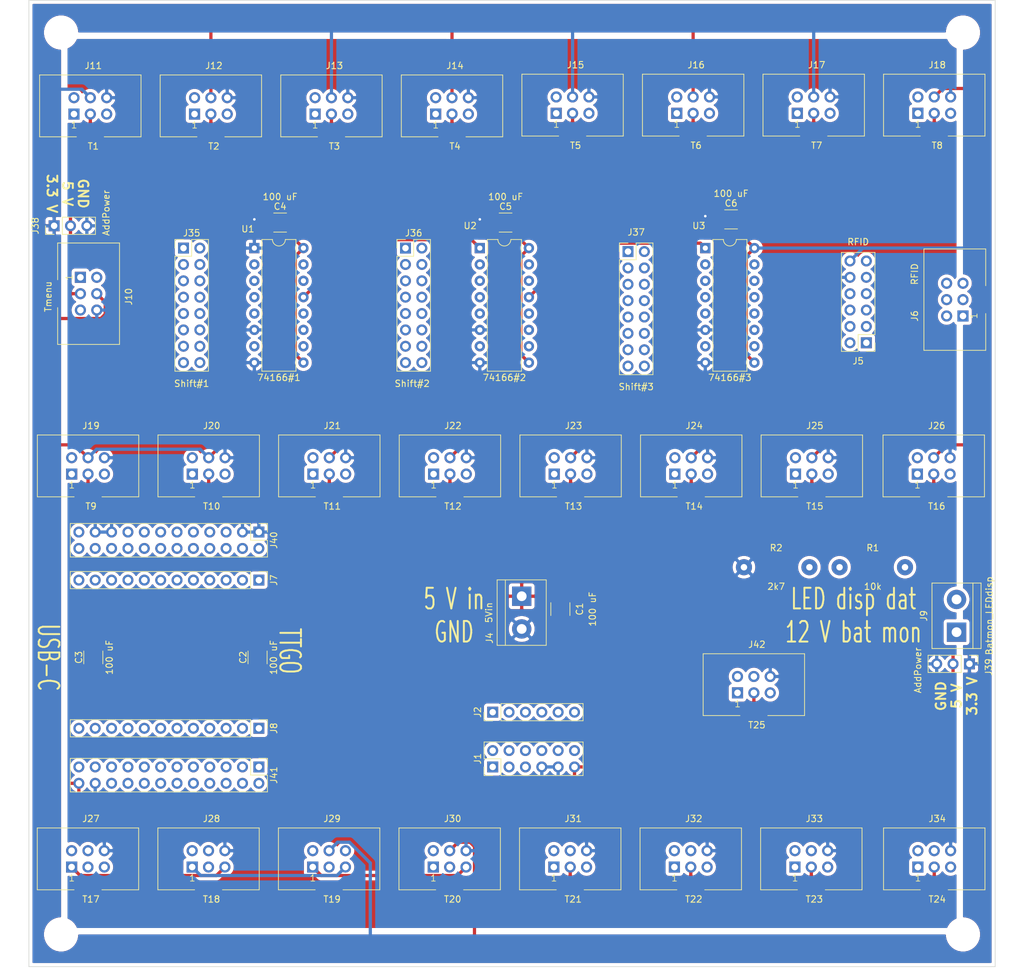
<source format=kicad_pcb>
(kicad_pcb (version 20171130) (host pcbnew "(5.1.10)-1")
  (layers (0 F.Cu signal) (31 B.Cu signal) (34 B.Paste user) (35 F.Paste user) (36 B.SilkS user) (37 F.SilkS user) (38 B.Mask user) (39 F.Mask user) (44 Edge.Cuts user))
  (net 0 "")
  (net 1 GND)
  (net 2 +5V)
  (net 3 +3V3)
  (net 4 Touch1)
  (net 5 Touch2)
  (net 6 Touch3)
  (net 7 Touch4)
  (net 8 Touch5)
  (net 9 Touch6)
  (net 10 Touch7)
  (net 11 Touch8)
  (net 12 Touch9)
  (net 13 Touch10)
  (net 14 Touch11)
  (net 15 Touch12)
  (net 16 Touch13)
  (net 17 Touch14)
  (net 18 Touch15)
  (net 19 Touch16)
  (net 20 Touch17)
  (net 21 Touch18)
  (net 22 Touch19)
  (net 23 Touch20)
  (net 24 Touch21)
  (net 25 Touch22)
  (net 26 Touch23)
  (net 27 Touch24)
  (net 28 DAC_BCK)
  (net 29 DAC_DATA)
  (net 30 DAC_LRCK)
  (net 31 RFID_CS)
  (net 32 RFID_SCLK)
  (net 33 RFID_MOSI)
  (net 34 RFID_MISO)
  (net 35 Touch_menu)
  (net 36 Shift_CLK)
  (net 37 LED_rings_data)
  (net 38 BatMon)
  (net 39 Shift_data)
  (net 40 "Net-(J1-Pad12)")
  (net 41 "Net-(J1-Pad10)")
  (net 42 "Net-(J1-Pad8)")
  (net 43 "Net-(J5-Pad11)")
  (net 44 "Net-(J5-Pad9)")
  (net 45 "Net-(J5-Pad7)")
  (net 46 LED_display_data)
  (net 47 "/Shift registers/T8")
  (net 48 "/Shift registers/T7")
  (net 49 "/Shift registers/T6")
  (net 50 "/Shift registers/T5")
  (net 51 "/Shift registers/T4")
  (net 52 "/Shift registers/T3")
  (net 53 "/Shift registers/T2")
  (net 54 "/Shift registers/T1")
  (net 55 "/Shift registers/T16")
  (net 56 "/Shift registers/T15")
  (net 57 "/Shift registers/T14")
  (net 58 "/Shift registers/T13")
  (net 59 "/Shift registers/T12")
  (net 60 "/Shift registers/T11")
  (net 61 "/Shift registers/T10")
  (net 62 "/Shift registers/T9")
  (net 63 "/Shift registers/T24")
  (net 64 "/Shift registers/T23")
  (net 65 "/Shift registers/T22")
  (net 66 "/Shift registers/T21")
  (net 67 "/Shift registers/T20")
  (net 68 "/Shift registers/T19")
  (net 69 "/Shift registers/T18")
  (net 70 "/Shift registers/T17")
  (net 71 "/Shift registers/s1_s2")
  (net 72 "/Shift registers/s2_s3")
  (net 73 "Net-(J1-Pad6)")
  (net 74 "Net-(J1-Pad4)")
  (net 75 "Net-(J1-Pad2)")
  (net 76 "Net-(J5-Pad5)")
  (net 77 "Net-(J5-Pad3)")
  (net 78 "Net-(J5-Pad1)")
  (net 79 "Net-(J40-Pad24)")
  (net 80 "Net-(J40-Pad20)")
  (net 81 "Net-(J40-Pad18)")
  (net 82 "Net-(J40-Pad16)")
  (net 83 "Net-(J40-Pad14)")
  (net 84 "Net-(J40-Pad12)")
  (net 85 "Net-(J40-Pad10)")
  (net 86 "Net-(J40-Pad8)")
  (net 87 "Net-(J40-Pad6)")
  (net 88 "Net-(J40-Pad4)")
  (net 89 "Net-(J41-Pad21)")
  (net 90 "Net-(J41-Pad19)")
  (net 91 "Net-(J41-Pad17)")
  (net 92 "Net-(J41-Pad15)")
  (net 93 "Net-(J41-Pad13)")
  (net 94 "Net-(J41-Pad11)")
  (net 95 "Net-(J41-Pad9)")
  (net 96 "Net-(J41-Pad7)")
  (net 97 "Net-(J41-Pad5)")
  (net 98 "Net-(J41-Pad3)")
  (net 99 "Net-(C2-Pad2)")
  (net 100 "Net-(C2-Pad1)")
  (net 101 "Net-(C3-Pad2)")
  (net 102 "Net-(C3-Pad1)")
  (net 103 /Toetsmodules/LEDm_LED1)
  (net 104 /Toetsmodules/LED1_LED2)
  (net 105 /Toetsmodules/LED2_LED3)
  (net 106 /Toetsmodules/LED3_LED4)
  (net 107 /Toetsmodules/LED4_LED5)
  (net 108 /Toetsmodules/LED5_LED6)
  (net 109 /Toetsmodules/LED6_LED7)
  (net 110 /Toetsmodules/LED7_LED8)
  (net 111 /Toetsmodules/LED8_LED9)
  (net 112 /Toetsmodules/LED9_LED10)
  (net 113 /Toetsmodules/LED10_LED11)
  (net 114 /Toetsmodules/LED11_LED12)
  (net 115 /Toetsmodules/LED12_LED13)
  (net 116 /Toetsmodules/LED13_LED14)
  (net 117 /Toetsmodules/LED14_LED15)
  (net 118 /Toetsmodules/LED15_LED16)
  (net 119 /Toetsmodules/LED16_LED17)
  (net 120 /Toetsmodules/LED17_LED18)
  (net 121 /Toetsmodules/LED18_LED19)
  (net 122 /Toetsmodules/LED19_LED20)
  (net 123 /Toetsmodules/LED20_LED21)
  (net 124 /Toetsmodules/LED21_LED22)
  (net 125 /Toetsmodules/LED22_LED23)
  (net 126 /Toetsmodules/LED23_LED24)
  (net 127 /Toetsmodules/LED24_LED25)
  (net 128 Touch25)
  (net 129 Shift_SH_LDn)
  (net 130 /Vbat12V)
  (module Moederbord:IDC_Header_Straight_6pins (layer F.Cu) (at 133 134.5)
    (fp_text reference J42 (at 3 -7.5) (layer F.SilkS))
    (fp_text value T25 (at 3 5) (layer F.SilkS))
    (fp_text user 1 (at 0.02 1.72) (layer F.SilkS) (effects (font (thickness 0.12))))
    (pad 1 thru_hole rect (at 0 0) (size 1.7272 1.7272) (drill 1.016) (layers *.Cu *.Mask))
    (pad 2 thru_hole oval (at 0 -2.54) (size 1.7272 1.7272) (drill 1.016) (layers *.Cu *.Mask) (net 128 Touch25))
    (pad 3 thru_hole oval (at 2.54 0) (size 1.7272 1.7272) (drill 1.016) (layers *.Cu *.Mask) (net 2 +5V))
    (pad 4 thru_hole oval (at 2.54 -2.54) (size 1.7272 1.7272) (drill 1.016) (layers *.Cu *.Mask) (net 3 +3V3))
    (pad 5 thru_hole oval (at 5.08 0) (size 1.7272 1.7272) (drill 1.016) (layers *.Cu *.Mask) (net 127 /Toetsmodules/LED24_LED25))
    (pad 6 thru_hole oval (at 5.08 -2.54) (size 1.7272 1.7272) (drill 1.016) (layers *.Cu *.Mask) (net 1 GND))
  )
  (module Capacitors_SMD:C_1210_HandSoldering (layer F.Cu) (at 105.5 121.5 90)
    (fp_text reference C1 (at 0 3 90) (layer F.SilkS))
    (fp_text value "100 uF" (at 0 5 90) (layer F.SilkS))
    (pad 2 smd rect (at 2 0 90) (size 2 2.5) (layers F.Cu F.Paste F.Mask) (net 2 +5V))
    (pad 1 smd rect (at -2 0 90) (size 2 2.5) (layers F.Cu F.Paste F.Mask) (net 1 GND))
  )
  (module Pin_Headers:Pin_Header_Straight_2x12_Pitch2.54mm (layer F.Cu) (at 58.7 146 270)
    (fp_text reference J41 (at 1.27 -2.33 90) (layer F.SilkS))
    (fp_text value uCright)
    (pad 24 thru_hole oval (at 2.54 27.94 270) (size 1.7 1.7) (drill 1) (layers *.Cu *.Mask) (net 2 +5V))
    (pad 23 thru_hole oval (at 0 27.94 270) (size 1.7 1.7) (drill 1) (layers *.Cu *.Mask) (net 102 "Net-(C3-Pad1)"))
    (pad 22 thru_hole oval (at 2.54 25.4 270) (size 1.7 1.7) (drill 1) (layers *.Cu *.Mask) (net 1 GND))
    (pad 21 thru_hole oval (at 0 25.4 270) (size 1.7 1.7) (drill 1) (layers *.Cu *.Mask) (net 89 "Net-(J41-Pad21)"))
    (pad 20 thru_hole oval (at 2.54 22.86 270) (size 1.7 1.7) (drill 1) (layers *.Cu *.Mask) (net 46 LED_display_data))
    (pad 19 thru_hole oval (at 0 22.86 270) (size 1.7 1.7) (drill 1) (layers *.Cu *.Mask) (net 90 "Net-(J41-Pad19)"))
    (pad 18 thru_hole oval (at 2.54 20.32 270) (size 1.7 1.7) (drill 1) (layers *.Cu *.Mask) (net 37 LED_rings_data))
    (pad 17 thru_hole oval (at 0 20.32 270) (size 1.7 1.7) (drill 1) (layers *.Cu *.Mask) (net 91 "Net-(J41-Pad17)"))
    (pad 16 thru_hole oval (at 2.54 17.78 270) (size 1.7 1.7) (drill 1) (layers *.Cu *.Mask) (net 30 DAC_LRCK))
    (pad 15 thru_hole oval (at 0 17.78 270) (size 1.7 1.7) (drill 1) (layers *.Cu *.Mask) (net 92 "Net-(J41-Pad15)"))
    (pad 14 thru_hole oval (at 2.54 15.24 270) (size 1.7 1.7) (drill 1) (layers *.Cu *.Mask) (net 28 DAC_BCK))
    (pad 13 thru_hole oval (at 0 15.24 270) (size 1.7 1.7) (drill 1) (layers *.Cu *.Mask) (net 93 "Net-(J41-Pad13)"))
    (pad 12 thru_hole oval (at 2.54 12.7 270) (size 1.7 1.7) (drill 1) (layers *.Cu *.Mask) (net 29 DAC_DATA))
    (pad 11 thru_hole oval (at 0 12.7 270) (size 1.7 1.7) (drill 1) (layers *.Cu *.Mask) (net 94 "Net-(J41-Pad11)"))
    (pad 10 thru_hole oval (at 2.54 10.16 270) (size 1.7 1.7) (drill 1) (layers *.Cu *.Mask) (net 38 BatMon))
    (pad 9 thru_hole oval (at 0 10.16 270) (size 1.7 1.7) (drill 1) (layers *.Cu *.Mask) (net 95 "Net-(J41-Pad9)"))
    (pad 8 thru_hole oval (at 2.54 7.62 270) (size 1.7 1.7) (drill 1) (layers *.Cu *.Mask) (net 34 RFID_MISO))
    (pad 7 thru_hole oval (at 0 7.62 270) (size 1.7 1.7) (drill 1) (layers *.Cu *.Mask) (net 96 "Net-(J41-Pad7)"))
    (pad 6 thru_hole oval (at 2.54 5.08 270) (size 1.7 1.7) (drill 1) (layers *.Cu *.Mask) (net 35 Touch_menu))
    (pad 5 thru_hole oval (at 0 5.08 270) (size 1.7 1.7) (drill 1) (layers *.Cu *.Mask) (net 97 "Net-(J41-Pad5)"))
    (pad 4 thru_hole oval (at 2.54 2.54 270) (size 1.7 1.7) (drill 1) (layers *.Cu *.Mask) (net 39 Shift_data))
    (pad 3 thru_hole oval (at 0 2.54 270) (size 1.7 1.7) (drill 1) (layers *.Cu *.Mask) (net 98 "Net-(J41-Pad3)"))
    (pad 2 thru_hole oval (at 2.54 0 270) (size 1.7 1.7) (drill 1) (layers *.Cu *.Mask) (net 3 +3V3))
    (pad 1 thru_hole rect (at 0 0 270) (size 1.7 1.7) (drill 1) (layers *.Cu *.Mask) (net 100 "Net-(C2-Pad1)"))
  )
  (module Pin_Headers:Pin_Header_Straight_2x12_Pitch2.54mm (layer F.Cu) (at 58.7 109.54 270)
    (fp_text reference J40 (at 1.27 -2.33 90) (layer F.SilkS))
    (fp_text value uCleft)
    (pad 24 thru_hole oval (at 2.54 27.94 270) (size 1.7 1.7) (drill 1) (layers *.Cu *.Mask) (net 79 "Net-(J40-Pad24)"))
    (pad 23 thru_hole oval (at 0 27.94 270) (size 1.7 1.7) (drill 1) (layers *.Cu *.Mask) (net 3 +3V3))
    (pad 22 thru_hole oval (at 2.54 25.4 270) (size 1.7 1.7) (drill 1) (layers *.Cu *.Mask) (net 101 "Net-(C3-Pad2)"))
    (pad 21 thru_hole oval (at 0 25.4 270) (size 1.7 1.7) (drill 1) (layers *.Cu *.Mask) (net 1 GND))
    (pad 20 thru_hole oval (at 2.54 22.86 270) (size 1.7 1.7) (drill 1) (layers *.Cu *.Mask) (net 80 "Net-(J40-Pad20)"))
    (pad 19 thru_hole oval (at 0 22.86 270) (size 1.7 1.7) (drill 1) (layers *.Cu *.Mask) (net 1 GND))
    (pad 18 thru_hole oval (at 2.54 20.32 270) (size 1.7 1.7) (drill 1) (layers *.Cu *.Mask) (net 81 "Net-(J40-Pad18)"))
    (pad 17 thru_hole oval (at 0 20.32 270) (size 1.7 1.7) (drill 1) (layers *.Cu *.Mask) (net 32 RFID_SCLK))
    (pad 16 thru_hole oval (at 2.54 17.78 270) (size 1.7 1.7) (drill 1) (layers *.Cu *.Mask) (net 82 "Net-(J40-Pad16)"))
    (pad 15 thru_hole oval (at 0 17.78 270) (size 1.7 1.7) (drill 1) (layers *.Cu *.Mask) (net 33 RFID_MOSI))
    (pad 14 thru_hole oval (at 2.54 15.24 270) (size 1.7 1.7) (drill 1) (layers *.Cu *.Mask) (net 83 "Net-(J40-Pad14)"))
    (pad 13 thru_hole oval (at 0 15.24 270) (size 1.7 1.7) (drill 1) (layers *.Cu *.Mask) (net 31 RFID_CS))
    (pad 12 thru_hole oval (at 2.54 12.7 270) (size 1.7 1.7) (drill 1) (layers *.Cu *.Mask) (net 84 "Net-(J40-Pad12)"))
    (pad 11 thru_hole oval (at 0 12.7 270) (size 1.7 1.7) (drill 1) (layers *.Cu *.Mask))
    (pad 10 thru_hole oval (at 2.54 10.16 270) (size 1.7 1.7) (drill 1) (layers *.Cu *.Mask) (net 85 "Net-(J40-Pad10)"))
    (pad 9 thru_hole oval (at 0 10.16 270) (size 1.7 1.7) (drill 1) (layers *.Cu *.Mask) (net 128 Touch25))
    (pad 8 thru_hole oval (at 2.54 7.62 270) (size 1.7 1.7) (drill 1) (layers *.Cu *.Mask) (net 86 "Net-(J40-Pad8)"))
    (pad 7 thru_hole oval (at 0 7.62 270) (size 1.7 1.7) (drill 1) (layers *.Cu *.Mask) (net 129 Shift_SH_LDn))
    (pad 6 thru_hole oval (at 2.54 5.08 270) (size 1.7 1.7) (drill 1) (layers *.Cu *.Mask) (net 87 "Net-(J40-Pad6)"))
    (pad 5 thru_hole oval (at 0 5.08 270) (size 1.7 1.7) (drill 1) (layers *.Cu *.Mask) (net 36 Shift_CLK))
    (pad 4 thru_hole oval (at 2.54 2.54 270) (size 1.7 1.7) (drill 1) (layers *.Cu *.Mask) (net 88 "Net-(J40-Pad4)"))
    (pad 3 thru_hole oval (at 0 2.54 270) (size 1.7 1.7) (drill 1) (layers *.Cu *.Mask) (net 1 GND))
    (pad 2 thru_hole oval (at 2.54 0 270) (size 1.7 1.7) (drill 1) (layers *.Cu *.Mask) (net 99 "Net-(C2-Pad2)"))
    (pad 1 thru_hole rect (at 0 0 270) (size 1.7 1.7) (drill 1) (layers *.Cu *.Mask) (net 1 GND))
  )
  (module Pin_Headers:Pin_Header_Straight_2x06_Pitch2.54mm (layer F.Cu) (at 153 80.16 180)
    (fp_text reference J5 (at 1.27 -2.84) (layer F.SilkS))
    (fp_text value RFID (at 1.27 15.66) (layer F.SilkS))
    (pad 12 thru_hole oval (at 2.54 12.7 180) (size 1.7 1.7) (drill 1) (layers *.Cu *.Mask) (net 3 +3V3))
    (pad 11 thru_hole oval (at 0 12.7 180) (size 1.7 1.7) (drill 1) (layers *.Cu *.Mask) (net 43 "Net-(J5-Pad11)"))
    (pad 10 thru_hole oval (at 2.54 10.16 180) (size 1.7 1.7) (drill 1) (layers *.Cu *.Mask) (net 1 GND))
    (pad 9 thru_hole oval (at 0 10.16 180) (size 1.7 1.7) (drill 1) (layers *.Cu *.Mask) (net 44 "Net-(J5-Pad9)"))
    (pad 8 thru_hole oval (at 2.54 7.62 180) (size 1.7 1.7) (drill 1) (layers *.Cu *.Mask) (net 34 RFID_MISO))
    (pad 7 thru_hole oval (at 0 7.62 180) (size 1.7 1.7) (drill 1) (layers *.Cu *.Mask) (net 45 "Net-(J5-Pad7)"))
    (pad 6 thru_hole oval (at 2.54 5.08 180) (size 1.7 1.7) (drill 1) (layers *.Cu *.Mask) (net 33 RFID_MOSI))
    (pad 5 thru_hole oval (at 0 5.08 180) (size 1.7 1.7) (drill 1) (layers *.Cu *.Mask) (net 76 "Net-(J5-Pad5)"))
    (pad 4 thru_hole oval (at 2.54 2.54 180) (size 1.7 1.7) (drill 1) (layers *.Cu *.Mask) (net 32 RFID_SCLK))
    (pad 3 thru_hole oval (at 0 2.54 180) (size 1.7 1.7) (drill 1) (layers *.Cu *.Mask) (net 77 "Net-(J5-Pad3)"))
    (pad 2 thru_hole oval (at 2.54 0 180) (size 1.7 1.7) (drill 1) (layers *.Cu *.Mask) (net 31 RFID_CS))
    (pad 1 thru_hole rect (at 0 0 180) (size 1.7 1.7) (drill 1) (layers *.Cu *.Mask) (net 78 "Net-(J5-Pad1)"))
  )
  (module Pin_Headers:Pin_Header_Straight_2x06_Pitch2.54mm (layer F.Cu) (at 95 146 90)
    (fp_text reference J1 (at 1.27 -2.33 90) (layer F.SilkS))
    (fp_text value I2S_DAC)
    (pad 12 thru_hole oval (at 2.54 12.7 90) (size 1.7 1.7) (drill 1) (layers *.Cu *.Mask) (net 40 "Net-(J1-Pad12)"))
    (pad 11 thru_hole oval (at 0 12.7 90) (size 1.7 1.7) (drill 1) (layers *.Cu *.Mask) (net 2 +5V))
    (pad 10 thru_hole oval (at 2.54 10.16 90) (size 1.7 1.7) (drill 1) (layers *.Cu *.Mask) (net 41 "Net-(J1-Pad10)"))
    (pad 9 thru_hole oval (at 0 10.16 90) (size 1.7 1.7) (drill 1) (layers *.Cu *.Mask) (net 1 GND))
    (pad 8 thru_hole oval (at 2.54 7.62 90) (size 1.7 1.7) (drill 1) (layers *.Cu *.Mask) (net 42 "Net-(J1-Pad8)"))
    (pad 7 thru_hole oval (at 0 7.62 90) (size 1.7 1.7) (drill 1) (layers *.Cu *.Mask) (net 1 GND))
    (pad 6 thru_hole oval (at 2.54 5.08 90) (size 1.7 1.7) (drill 1) (layers *.Cu *.Mask) (net 73 "Net-(J1-Pad6)"))
    (pad 5 thru_hole oval (at 0 5.08 90) (size 1.7 1.7) (drill 1) (layers *.Cu *.Mask) (net 30 DAC_LRCK))
    (pad 4 thru_hole oval (at 2.54 2.54 90) (size 1.7 1.7) (drill 1) (layers *.Cu *.Mask) (net 74 "Net-(J1-Pad4)"))
    (pad 3 thru_hole oval (at 0 2.54 90) (size 1.7 1.7) (drill 1) (layers *.Cu *.Mask) (net 29 DAC_DATA))
    (pad 2 thru_hole oval (at 2.54 0 90) (size 1.7 1.7) (drill 1) (layers *.Cu *.Mask) (net 75 "Net-(J1-Pad2)"))
    (pad 1 thru_hole rect (at 0 0 90) (size 1.7 1.7) (drill 1) (layers *.Cu *.Mask) (net 28 DAC_BCK))
  )
  (module Pin_Headers:Pin_Header_Straight_1x03_Pitch2.54mm (layer F.Cu) (at 169 130 270)
    (fp_text reference J39 (at 0.5 -3 90) (layer F.SilkS))
    (fp_text value AddPower (at 1 8 90) (layer F.SilkS))
    (pad 3 thru_hole oval (at 0 5.08 270) (size 1.7 1.7) (drill 1) (layers *.Cu *.Mask) (net 1 GND))
    (pad 2 thru_hole oval (at 0 2.54 270) (size 1.7 1.7) (drill 1) (layers *.Cu *.Mask) (net 2 +5V))
    (pad 1 thru_hole rect (at 0 0 270) (size 1.7 1.7) (drill 1) (layers *.Cu *.Mask) (net 3 +3V3))
  )
  (module Pin_Headers:Pin_Header_Straight_1x03_Pitch2.54mm (layer F.Cu) (at 26.92 62 90)
    (fp_text reference J38 (at 0 -2.92 90) (layer F.SilkS))
    (fp_text value AddPower (at 2 8.08 90) (layer F.SilkS))
    (pad 3 thru_hole oval (at 0 5.08 90) (size 1.7 1.7) (drill 1) (layers *.Cu *.Mask) (net 1 GND))
    (pad 2 thru_hole oval (at 0 2.54 90) (size 1.7 1.7) (drill 1) (layers *.Cu *.Mask) (net 2 +5V))
    (pad 1 thru_hole rect (at 0 0 90) (size 1.7 1.7) (drill 1) (layers *.Cu *.Mask) (net 3 +3V3))
  )
  (module Pin_Headers:Pin_Header_Straight_2x08_Pitch2.54mm (layer F.Cu) (at 81.46 65.46)
    (fp_text reference J36 (at 1.27 -2.33) (layer F.SilkS))
    (fp_text value Shift#2 (at 1.04 21.04) (layer F.SilkS))
    (pad 16 thru_hole oval (at 2.54 17.78) (size 1.7 1.7) (drill 1) (layers *.Cu *.Mask) (net 55 "/Shift registers/T16"))
    (pad 15 thru_hole oval (at 0 17.78) (size 1.7 1.7) (drill 1) (layers *.Cu *.Mask) (net 19 Touch16))
    (pad 14 thru_hole oval (at 2.54 15.24) (size 1.7 1.7) (drill 1) (layers *.Cu *.Mask) (net 56 "/Shift registers/T15"))
    (pad 13 thru_hole oval (at 0 15.24) (size 1.7 1.7) (drill 1) (layers *.Cu *.Mask) (net 18 Touch15))
    (pad 12 thru_hole oval (at 2.54 12.7) (size 1.7 1.7) (drill 1) (layers *.Cu *.Mask) (net 57 "/Shift registers/T14"))
    (pad 11 thru_hole oval (at 0 12.7) (size 1.7 1.7) (drill 1) (layers *.Cu *.Mask) (net 17 Touch14))
    (pad 10 thru_hole oval (at 2.54 10.16) (size 1.7 1.7) (drill 1) (layers *.Cu *.Mask) (net 58 "/Shift registers/T13"))
    (pad 9 thru_hole oval (at 0 10.16) (size 1.7 1.7) (drill 1) (layers *.Cu *.Mask) (net 16 Touch13))
    (pad 8 thru_hole oval (at 2.54 7.62) (size 1.7 1.7) (drill 1) (layers *.Cu *.Mask) (net 59 "/Shift registers/T12"))
    (pad 7 thru_hole oval (at 0 7.62) (size 1.7 1.7) (drill 1) (layers *.Cu *.Mask) (net 15 Touch12))
    (pad 6 thru_hole oval (at 2.54 5.08) (size 1.7 1.7) (drill 1) (layers *.Cu *.Mask) (net 60 "/Shift registers/T11"))
    (pad 5 thru_hole oval (at 0 5.08) (size 1.7 1.7) (drill 1) (layers *.Cu *.Mask) (net 14 Touch11))
    (pad 4 thru_hole oval (at 2.54 2.54) (size 1.7 1.7) (drill 1) (layers *.Cu *.Mask) (net 61 "/Shift registers/T10"))
    (pad 3 thru_hole oval (at 0 2.54) (size 1.7 1.7) (drill 1) (layers *.Cu *.Mask) (net 13 Touch10))
    (pad 2 thru_hole oval (at 2.54 0) (size 1.7 1.7) (drill 1) (layers *.Cu *.Mask) (net 62 "/Shift registers/T9"))
    (pad 1 thru_hole rect (at 0 0) (size 1.7 1.7) (drill 1) (layers *.Cu *.Mask) (net 12 Touch9))
  )
  (module Pin_Headers:Pin_Header_Straight_2x08_Pitch2.54mm (layer F.Cu) (at 47 65.46)
    (fp_text reference J35 (at 1.27 -2.33) (layer F.SilkS))
    (fp_text value Shift#1 (at 1.27 21.04) (layer F.SilkS))
    (pad 16 thru_hole oval (at 2.54 17.78) (size 1.7 1.7) (drill 1) (layers *.Cu *.Mask) (net 47 "/Shift registers/T8"))
    (pad 15 thru_hole oval (at 0 17.78) (size 1.7 1.7) (drill 1) (layers *.Cu *.Mask) (net 11 Touch8))
    (pad 14 thru_hole oval (at 2.54 15.24) (size 1.7 1.7) (drill 1) (layers *.Cu *.Mask) (net 48 "/Shift registers/T7"))
    (pad 13 thru_hole oval (at 0 15.24) (size 1.7 1.7) (drill 1) (layers *.Cu *.Mask) (net 10 Touch7))
    (pad 12 thru_hole oval (at 2.54 12.7) (size 1.7 1.7) (drill 1) (layers *.Cu *.Mask) (net 49 "/Shift registers/T6"))
    (pad 11 thru_hole oval (at 0 12.7) (size 1.7 1.7) (drill 1) (layers *.Cu *.Mask) (net 9 Touch6))
    (pad 10 thru_hole oval (at 2.54 10.16) (size 1.7 1.7) (drill 1) (layers *.Cu *.Mask) (net 50 "/Shift registers/T5"))
    (pad 9 thru_hole oval (at 0 10.16) (size 1.7 1.7) (drill 1) (layers *.Cu *.Mask) (net 8 Touch5))
    (pad 8 thru_hole oval (at 2.54 7.62) (size 1.7 1.7) (drill 1) (layers *.Cu *.Mask) (net 51 "/Shift registers/T4"))
    (pad 7 thru_hole oval (at 0 7.62) (size 1.7 1.7) (drill 1) (layers *.Cu *.Mask) (net 7 Touch4))
    (pad 6 thru_hole oval (at 2.54 5.08) (size 1.7 1.7) (drill 1) (layers *.Cu *.Mask) (net 52 "/Shift registers/T3"))
    (pad 5 thru_hole oval (at 0 5.08) (size 1.7 1.7) (drill 1) (layers *.Cu *.Mask) (net 6 Touch3))
    (pad 4 thru_hole oval (at 2.54 2.54) (size 1.7 1.7) (drill 1) (layers *.Cu *.Mask) (net 53 "/Shift registers/T2"))
    (pad 3 thru_hole oval (at 0 2.54) (size 1.7 1.7) (drill 1) (layers *.Cu *.Mask) (net 5 Touch2))
    (pad 2 thru_hole oval (at 2.54 0) (size 1.7 1.7) (drill 1) (layers *.Cu *.Mask) (net 54 "/Shift registers/T1"))
    (pad 1 thru_hole rect (at 0 0) (size 1.7 1.7) (drill 1) (layers *.Cu *.Mask) (net 4 Touch1))
  )
  (module Pin_Headers:Pin_Header_Straight_2x08_Pitch2.54mm (layer F.Cu) (at 116 66)
    (fp_text reference J37 (at 1.27 -3) (layer F.SilkS))
    (fp_text value Shift#3 (at 1.27 21) (layer F.SilkS))
    (pad 16 thru_hole oval (at 2.54 17.78) (size 1.7 1.7) (drill 1) (layers *.Cu *.Mask) (net 63 "/Shift registers/T24"))
    (pad 15 thru_hole oval (at 0 17.78) (size 1.7 1.7) (drill 1) (layers *.Cu *.Mask) (net 27 Touch24))
    (pad 14 thru_hole oval (at 2.54 15.24) (size 1.7 1.7) (drill 1) (layers *.Cu *.Mask) (net 64 "/Shift registers/T23"))
    (pad 13 thru_hole oval (at 0 15.24) (size 1.7 1.7) (drill 1) (layers *.Cu *.Mask) (net 26 Touch23))
    (pad 12 thru_hole oval (at 2.54 12.7) (size 1.7 1.7) (drill 1) (layers *.Cu *.Mask) (net 65 "/Shift registers/T22"))
    (pad 11 thru_hole oval (at 0 12.7) (size 1.7 1.7) (drill 1) (layers *.Cu *.Mask) (net 25 Touch22))
    (pad 10 thru_hole oval (at 2.54 10.16) (size 1.7 1.7) (drill 1) (layers *.Cu *.Mask) (net 66 "/Shift registers/T21"))
    (pad 9 thru_hole oval (at 0 10.16) (size 1.7 1.7) (drill 1) (layers *.Cu *.Mask) (net 24 Touch21))
    (pad 8 thru_hole oval (at 2.54 7.62) (size 1.7 1.7) (drill 1) (layers *.Cu *.Mask) (net 67 "/Shift registers/T20"))
    (pad 7 thru_hole oval (at 0 7.62) (size 1.7 1.7) (drill 1) (layers *.Cu *.Mask) (net 23 Touch20))
    (pad 6 thru_hole oval (at 2.54 5.08) (size 1.7 1.7) (drill 1) (layers *.Cu *.Mask) (net 68 "/Shift registers/T19"))
    (pad 5 thru_hole oval (at 0 5.08) (size 1.7 1.7) (drill 1) (layers *.Cu *.Mask) (net 22 Touch19))
    (pad 4 thru_hole oval (at 2.54 2.54) (size 1.7 1.7) (drill 1) (layers *.Cu *.Mask) (net 69 "/Shift registers/T18"))
    (pad 3 thru_hole oval (at 0 2.54) (size 1.7 1.7) (drill 1) (layers *.Cu *.Mask) (net 21 Touch18))
    (pad 2 thru_hole oval (at 2.54 0) (size 1.7 1.7) (drill 1) (layers *.Cu *.Mask) (net 70 "/Shift registers/T17"))
    (pad 1 thru_hole rect (at 0 0) (size 1.7 1.7) (drill 1) (layers *.Cu *.Mask) (net 20 Touch17))
  )
  (module Moederbord:IDC_Header_Straight_6pins (layer F.Cu) (at 29.645714 100.54)
    (fp_text reference J19 (at 3 -7.5) (layer F.SilkS))
    (fp_text value T9 (at 3 5) (layer F.SilkS))
    (fp_text user 1 (at 0.02 1.72) (layer F.SilkS) (effects (font (thickness 0.12))))
    (pad 1 thru_hole rect (at 0 0) (size 1.7272 1.7272) (drill 1.016) (layers *.Cu *.Mask) (net 112 /Toetsmodules/LED9_LED10))
    (pad 2 thru_hole oval (at 0 -2.54) (size 1.7272 1.7272) (drill 1.016) (layers *.Cu *.Mask) (net 12 Touch9))
    (pad 3 thru_hole oval (at 2.54 0) (size 1.7272 1.7272) (drill 1.016) (layers *.Cu *.Mask) (net 2 +5V))
    (pad 4 thru_hole oval (at 2.54 -2.54) (size 1.7272 1.7272) (drill 1.016) (layers *.Cu *.Mask) (net 3 +3V3))
    (pad 5 thru_hole oval (at 5.08 0) (size 1.7272 1.7272) (drill 1.016) (layers *.Cu *.Mask) (net 111 /Toetsmodules/LED8_LED9))
    (pad 6 thru_hole oval (at 5.08 -2.54) (size 1.7272 1.7272) (drill 1.016) (layers *.Cu *.Mask) (net 1 GND))
  )
  (module Moederbord:IDC_Header_Straight_6pins (layer F.Cu) (at 142.28571 44.54)
    (fp_text reference J17 (at 3 -7.5) (layer F.SilkS))
    (fp_text value T7 (at 3 5) (layer F.SilkS))
    (fp_text user 1 (at 0.02 1.72) (layer F.SilkS) (effects (font (thickness 0.12))))
    (pad 1 thru_hole rect (at 0 0) (size 1.7272 1.7272) (drill 1.016) (layers *.Cu *.Mask) (net 110 /Toetsmodules/LED7_LED8))
    (pad 2 thru_hole oval (at 0 -2.54) (size 1.7272 1.7272) (drill 1.016) (layers *.Cu *.Mask) (net 10 Touch7))
    (pad 3 thru_hole oval (at 2.54 0) (size 1.7272 1.7272) (drill 1.016) (layers *.Cu *.Mask) (net 2 +5V))
    (pad 4 thru_hole oval (at 2.54 -2.54) (size 1.7272 1.7272) (drill 1.016) (layers *.Cu *.Mask) (net 3 +3V3))
    (pad 5 thru_hole oval (at 5.08 0) (size 1.7272 1.7272) (drill 1.016) (layers *.Cu *.Mask) (net 109 /Toetsmodules/LED6_LED7))
    (pad 6 thru_hole oval (at 5.08 -2.54) (size 1.7272 1.7272) (drill 1.016) (layers *.Cu *.Mask) (net 1 GND))
  )
  (module Moederbord:IDC_Header_Straight_6pins (layer F.Cu) (at 123.571425 44.54)
    (fp_text reference J16 (at 3 -7.5) (layer F.SilkS))
    (fp_text value T6 (at 3 5) (layer F.SilkS))
    (fp_text user 1 (at 0.02 1.72) (layer F.SilkS) (effects (font (thickness 0.12))))
    (pad 1 thru_hole rect (at 0 0) (size 1.7272 1.7272) (drill 1.016) (layers *.Cu *.Mask) (net 109 /Toetsmodules/LED6_LED7))
    (pad 2 thru_hole oval (at 0 -2.54) (size 1.7272 1.7272) (drill 1.016) (layers *.Cu *.Mask) (net 9 Touch6))
    (pad 3 thru_hole oval (at 2.54 0) (size 1.7272 1.7272) (drill 1.016) (layers *.Cu *.Mask) (net 2 +5V))
    (pad 4 thru_hole oval (at 2.54 -2.54) (size 1.7272 1.7272) (drill 1.016) (layers *.Cu *.Mask) (net 3 +3V3))
    (pad 5 thru_hole oval (at 5.08 0) (size 1.7272 1.7272) (drill 1.016) (layers *.Cu *.Mask) (net 108 /Toetsmodules/LED5_LED6))
    (pad 6 thru_hole oval (at 5.08 -2.54) (size 1.7272 1.7272) (drill 1.016) (layers *.Cu *.Mask) (net 1 GND))
  )
  (module Moederbord:IDC_Header_Straight_6pins (layer F.Cu) (at 104.85714 44.54)
    (fp_text reference J15 (at 3 -7.5) (layer F.SilkS))
    (fp_text value T5 (at 3 5) (layer F.SilkS))
    (fp_text user 1 (at 0.02 1.72) (layer F.SilkS) (effects (font (thickness 0.12))))
    (pad 1 thru_hole rect (at 0 0) (size 1.7272 1.7272) (drill 1.016) (layers *.Cu *.Mask) (net 108 /Toetsmodules/LED5_LED6))
    (pad 2 thru_hole oval (at 0 -2.54) (size 1.7272 1.7272) (drill 1.016) (layers *.Cu *.Mask) (net 8 Touch5))
    (pad 3 thru_hole oval (at 2.54 0) (size 1.7272 1.7272) (drill 1.016) (layers *.Cu *.Mask) (net 2 +5V))
    (pad 4 thru_hole oval (at 2.54 -2.54) (size 1.7272 1.7272) (drill 1.016) (layers *.Cu *.Mask) (net 3 +3V3))
    (pad 5 thru_hole oval (at 5.08 0) (size 1.7272 1.7272) (drill 1.016) (layers *.Cu *.Mask) (net 107 /Toetsmodules/LED4_LED5))
    (pad 6 thru_hole oval (at 5.08 -2.54) (size 1.7272 1.7272) (drill 1.016) (layers *.Cu *.Mask) (net 1 GND))
  )
  (module Moederbord:IDC_Header_Straight_6pins (layer F.Cu) (at 86.142855 44.655)
    (fp_text reference J14 (at 3 -7.5) (layer F.SilkS))
    (fp_text value T4 (at 3 5) (layer F.SilkS))
    (fp_text user 1 (at 0.02 1.72) (layer F.SilkS) (effects (font (thickness 0.12))))
    (pad 1 thru_hole rect (at 0 0) (size 1.7272 1.7272) (drill 1.016) (layers *.Cu *.Mask) (net 107 /Toetsmodules/LED4_LED5))
    (pad 2 thru_hole oval (at 0 -2.54) (size 1.7272 1.7272) (drill 1.016) (layers *.Cu *.Mask) (net 7 Touch4))
    (pad 3 thru_hole oval (at 2.54 0) (size 1.7272 1.7272) (drill 1.016) (layers *.Cu *.Mask) (net 2 +5V))
    (pad 4 thru_hole oval (at 2.54 -2.54) (size 1.7272 1.7272) (drill 1.016) (layers *.Cu *.Mask) (net 3 +3V3))
    (pad 5 thru_hole oval (at 5.08 0) (size 1.7272 1.7272) (drill 1.016) (layers *.Cu *.Mask) (net 106 /Toetsmodules/LED3_LED4))
    (pad 6 thru_hole oval (at 5.08 -2.54) (size 1.7272 1.7272) (drill 1.016) (layers *.Cu *.Mask) (net 1 GND))
  )
  (module Moederbord:IDC_Header_Straight_6pins (layer F.Cu) (at 67.42857 44.655)
    (fp_text reference J13 (at 3 -7.5) (layer F.SilkS))
    (fp_text value T3 (at 3 5) (layer F.SilkS))
    (fp_text user 1 (at 0.02 1.72) (layer F.SilkS) (effects (font (thickness 0.12))))
    (pad 1 thru_hole rect (at 0 0) (size 1.7272 1.7272) (drill 1.016) (layers *.Cu *.Mask) (net 106 /Toetsmodules/LED3_LED4))
    (pad 2 thru_hole oval (at 0 -2.54) (size 1.7272 1.7272) (drill 1.016) (layers *.Cu *.Mask) (net 6 Touch3))
    (pad 3 thru_hole oval (at 2.54 0) (size 1.7272 1.7272) (drill 1.016) (layers *.Cu *.Mask) (net 2 +5V))
    (pad 4 thru_hole oval (at 2.54 -2.54) (size 1.7272 1.7272) (drill 1.016) (layers *.Cu *.Mask) (net 3 +3V3))
    (pad 5 thru_hole oval (at 5.08 0) (size 1.7272 1.7272) (drill 1.016) (layers *.Cu *.Mask) (net 105 /Toetsmodules/LED2_LED3))
    (pad 6 thru_hole oval (at 5.08 -2.54) (size 1.7272 1.7272) (drill 1.016) (layers *.Cu *.Mask) (net 1 GND))
  )
  (module Moederbord:IDC_Header_Straight_6pins (layer F.Cu) (at 48.714285 44.655)
    (fp_text reference J12 (at 3 -7.5) (layer F.SilkS))
    (fp_text value T2 (at 3 5) (layer F.SilkS))
    (fp_text user 1 (at 0.02 1.72) (layer F.SilkS) (effects (font (thickness 0.12))))
    (pad 1 thru_hole rect (at 0 0) (size 1.7272 1.7272) (drill 1.016) (layers *.Cu *.Mask) (net 105 /Toetsmodules/LED2_LED3))
    (pad 2 thru_hole oval (at 0 -2.54) (size 1.7272 1.7272) (drill 1.016) (layers *.Cu *.Mask) (net 5 Touch2))
    (pad 3 thru_hole oval (at 2.54 0) (size 1.7272 1.7272) (drill 1.016) (layers *.Cu *.Mask) (net 2 +5V))
    (pad 4 thru_hole oval (at 2.54 -2.54) (size 1.7272 1.7272) (drill 1.016) (layers *.Cu *.Mask) (net 3 +3V3))
    (pad 5 thru_hole oval (at 5.08 0) (size 1.7272 1.7272) (drill 1.016) (layers *.Cu *.Mask) (net 104 /Toetsmodules/LED1_LED2))
    (pad 6 thru_hole oval (at 5.08 -2.54) (size 1.7272 1.7272) (drill 1.016) (layers *.Cu *.Mask) (net 1 GND))
  )
  (module Moederbord:IDC_Header_Straight_6pins (layer F.Cu) (at 31 70 270)
    (fp_text reference J10 (at 3 -7.5 90) (layer F.SilkS))
    (fp_text value Tmenu (at 3 5 90) (layer F.SilkS))
    (fp_text user 1 (at 0.02 1.72 90) (layer F.SilkS) (effects (font (thickness 0.12))))
    (pad 1 thru_hole rect (at 0 0 270) (size 1.7272 1.7272) (drill 1.016) (layers *.Cu *.Mask) (net 103 /Toetsmodules/LEDm_LED1))
    (pad 2 thru_hole oval (at 0 -2.54 270) (size 1.7272 1.7272) (drill 1.016) (layers *.Cu *.Mask) (net 35 Touch_menu))
    (pad 3 thru_hole oval (at 2.54 0 270) (size 1.7272 1.7272) (drill 1.016) (layers *.Cu *.Mask) (net 2 +5V))
    (pad 4 thru_hole oval (at 2.54 -2.54 270) (size 1.7272 1.7272) (drill 1.016) (layers *.Cu *.Mask) (net 3 +3V3))
    (pad 5 thru_hole oval (at 5.08 0 270) (size 1.7272 1.7272) (drill 1.016) (layers *.Cu *.Mask) (net 37 LED_rings_data))
    (pad 6 thru_hole oval (at 5.08 -2.54 270) (size 1.7272 1.7272) (drill 1.016) (layers *.Cu *.Mask) (net 1 GND))
  )
  (module Moederbord:TerminalBlock_2_P5.08mm (layer F.Cu) (at 167 125.08 90)
    (fp_text reference J9 (at 2.54 -5.08 90) (layer F.SilkS))
    (fp_text value Batmon_LEDdisp (at 2.54 5.08 90) (layer F.SilkS))
    (pad 1 thru_hole rect (at 0 0 90) (size 3 3) (drill 1.52) (layers *.Cu *.Mask) (net 130 /Vbat12V))
    (pad 2 thru_hole circle (at 5.08 0 90) (size 3 3) (drill 1.52) (layers *.Cu *.Mask) (net 46 LED_display_data))
  )
  (module Socket_Strips:Socket_Strip_Straight_1x12_Pitch2.54mm (layer F.Cu) (at 58.7 140 270)
    (fp_text reference J8 (at 0 -2.33 90) (layer F.SilkS))
    (fp_text value Conn_01x12_Female)
    (pad 12 thru_hole oval (at 0 27.94 270) (size 1.7 1.7) (drill 1) (layers *.Cu *.Mask) (net 102 "Net-(C3-Pad1)"))
    (pad 11 thru_hole oval (at 0 25.4 270) (size 1.7 1.7) (drill 1) (layers *.Cu *.Mask) (net 89 "Net-(J41-Pad21)"))
    (pad 10 thru_hole oval (at 0 22.86 270) (size 1.7 1.7) (drill 1) (layers *.Cu *.Mask) (net 90 "Net-(J41-Pad19)"))
    (pad 9 thru_hole oval (at 0 20.32 270) (size 1.7 1.7) (drill 1) (layers *.Cu *.Mask) (net 91 "Net-(J41-Pad17)"))
    (pad 8 thru_hole oval (at 0 17.78 270) (size 1.7 1.7) (drill 1) (layers *.Cu *.Mask) (net 92 "Net-(J41-Pad15)"))
    (pad 7 thru_hole oval (at 0 15.24 270) (size 1.7 1.7) (drill 1) (layers *.Cu *.Mask) (net 93 "Net-(J41-Pad13)"))
    (pad 6 thru_hole oval (at 0 12.7 270) (size 1.7 1.7) (drill 1) (layers *.Cu *.Mask) (net 94 "Net-(J41-Pad11)"))
    (pad 5 thru_hole oval (at 0 10.16 270) (size 1.7 1.7) (drill 1) (layers *.Cu *.Mask) (net 95 "Net-(J41-Pad9)"))
    (pad 4 thru_hole oval (at 0 7.62 270) (size 1.7 1.7) (drill 1) (layers *.Cu *.Mask) (net 96 "Net-(J41-Pad7)"))
    (pad 3 thru_hole oval (at 0 5.08 270) (size 1.7 1.7) (drill 1) (layers *.Cu *.Mask) (net 97 "Net-(J41-Pad5)"))
    (pad 2 thru_hole oval (at 0 2.54 270) (size 1.7 1.7) (drill 1) (layers *.Cu *.Mask) (net 98 "Net-(J41-Pad3)"))
    (pad 1 thru_hole rect (at 0 0 270) (size 1.7 1.7) (drill 1) (layers *.Cu *.Mask) (net 100 "Net-(C2-Pad1)"))
  )
  (module Socket_Strips:Socket_Strip_Straight_1x12_Pitch2.54mm (layer F.Cu) (at 58.7 117 270)
    (fp_text reference J7 (at 0 -2.33 90) (layer F.SilkS))
    (fp_text value Conn_01x12_Female)
    (pad 12 thru_hole oval (at 0 27.94 270) (size 1.7 1.7) (drill 1) (layers *.Cu *.Mask) (net 79 "Net-(J40-Pad24)"))
    (pad 11 thru_hole oval (at 0 25.4 270) (size 1.7 1.7) (drill 1) (layers *.Cu *.Mask) (net 101 "Net-(C3-Pad2)"))
    (pad 10 thru_hole oval (at 0 22.86 270) (size 1.7 1.7) (drill 1) (layers *.Cu *.Mask) (net 80 "Net-(J40-Pad20)"))
    (pad 9 thru_hole oval (at 0 20.32 270) (size 1.7 1.7) (drill 1) (layers *.Cu *.Mask) (net 81 "Net-(J40-Pad18)"))
    (pad 8 thru_hole oval (at 0 17.78 270) (size 1.7 1.7) (drill 1) (layers *.Cu *.Mask) (net 82 "Net-(J40-Pad16)"))
    (pad 7 thru_hole oval (at 0 15.24 270) (size 1.7 1.7) (drill 1) (layers *.Cu *.Mask) (net 83 "Net-(J40-Pad14)"))
    (pad 6 thru_hole oval (at 0 12.7 270) (size 1.7 1.7) (drill 1) (layers *.Cu *.Mask) (net 84 "Net-(J40-Pad12)"))
    (pad 5 thru_hole oval (at 0 10.16 270) (size 1.7 1.7) (drill 1) (layers *.Cu *.Mask) (net 85 "Net-(J40-Pad10)"))
    (pad 4 thru_hole oval (at 0 7.62 270) (size 1.7 1.7) (drill 1) (layers *.Cu *.Mask) (net 86 "Net-(J40-Pad8)"))
    (pad 3 thru_hole oval (at 0 5.08 270) (size 1.7 1.7) (drill 1) (layers *.Cu *.Mask) (net 87 "Net-(J40-Pad6)"))
    (pad 2 thru_hole oval (at 0 2.54 270) (size 1.7 1.7) (drill 1) (layers *.Cu *.Mask) (net 88 "Net-(J40-Pad4)"))
    (pad 1 thru_hole rect (at 0 0 270) (size 1.7 1.7) (drill 1) (layers *.Cu *.Mask) (net 99 "Net-(C2-Pad2)"))
  )
  (module Moederbord:IDC_Header_Straight_6pins (layer F.Cu) (at 168 76 90)
    (fp_text reference J6 (at 0 -7.5 90) (layer F.SilkS))
    (fp_text value RFID (at 6.5 -7.5 90) (layer F.SilkS))
    (fp_text user 1 (at 0.02 1.72 90) (layer F.SilkS) (effects (font (thickness 0.12))))
    (pad 1 thru_hole rect (at 0 0 90) (size 1.7272 1.7272) (drill 1.016) (layers *.Cu *.Mask) (net 78 "Net-(J5-Pad1)"))
    (pad 2 thru_hole oval (at 0 -2.54 90) (size 1.7272 1.7272) (drill 1.016) (layers *.Cu *.Mask) (net 77 "Net-(J5-Pad3)"))
    (pad 3 thru_hole oval (at 2.54 0 90) (size 1.7272 1.7272) (drill 1.016) (layers *.Cu *.Mask) (net 76 "Net-(J5-Pad5)"))
    (pad 4 thru_hole oval (at 2.54 -2.54 90) (size 1.7272 1.7272) (drill 1.016) (layers *.Cu *.Mask) (net 45 "Net-(J5-Pad7)"))
    (pad 5 thru_hole oval (at 5.08 0 90) (size 1.7272 1.7272) (drill 1.016) (layers *.Cu *.Mask) (net 44 "Net-(J5-Pad9)"))
    (pad 6 thru_hole oval (at 5.08 -2.54 90) (size 1.7272 1.7272) (drill 1.016) (layers *.Cu *.Mask) (net 43 "Net-(J5-Pad11)"))
  )
  (module Moederbord:TerminalBlock_2_P5.08mm (layer F.Cu) (at 99.5 119.5 270)
    (fp_text reference J4 (at 6.5 5 90) (layer F.SilkS))
    (fp_text value 5Vin (at 2.54 5.08 90) (layer F.SilkS))
    (pad 1 thru_hole rect (at 0 0 270) (size 3 3) (drill 1.52) (layers *.Cu *.Mask) (net 2 +5V))
    (pad 2 thru_hole circle (at 5.08 0 270) (size 3 3) (drill 1.52) (layers *.Cu *.Mask) (net 1 GND))
  )
  (module Socket_Strips:Socket_Strip_Straight_1x06_Pitch2.54mm (layer F.Cu) (at 95 137.5 90)
    (fp_text reference J2 (at 0 -2.33 90) (layer F.SilkS))
    (fp_text value I2S_DAC)
    (pad 6 thru_hole oval (at 0 12.7 90) (size 1.7 1.7) (drill 1) (layers *.Cu *.Mask) (net 40 "Net-(J1-Pad12)"))
    (pad 5 thru_hole oval (at 0 10.16 90) (size 1.7 1.7) (drill 1) (layers *.Cu *.Mask) (net 41 "Net-(J1-Pad10)"))
    (pad 4 thru_hole oval (at 0 7.62 90) (size 1.7 1.7) (drill 1) (layers *.Cu *.Mask) (net 42 "Net-(J1-Pad8)"))
    (pad 3 thru_hole oval (at 0 5.08 90) (size 1.7 1.7) (drill 1) (layers *.Cu *.Mask) (net 73 "Net-(J1-Pad6)"))
    (pad 2 thru_hole oval (at 0 2.54 90) (size 1.7 1.7) (drill 1) (layers *.Cu *.Mask) (net 74 "Net-(J1-Pad4)"))
    (pad 1 thru_hole rect (at 0 0 90) (size 1.7 1.7) (drill 1) (layers *.Cu *.Mask) (net 75 "Net-(J1-Pad2)"))
  )
  (module Capacitors_SMD:C_1210_HandSoldering (layer F.Cu) (at 132 61 180)
    (fp_text reference C6 (at 0 2.5) (layer F.SilkS))
    (fp_text value "100 uF" (at 0 4) (layer F.SilkS))
    (pad 2 smd rect (at 2 0 180) (size 2 2.5) (layers F.Cu F.Paste F.Mask) (net 1 GND))
    (pad 1 smd rect (at -2 0 180) (size 2 2.5) (layers F.Cu F.Paste F.Mask) (net 3 +3V3))
  )
  (module Capacitors_SMD:C_1210_HandSoldering (layer F.Cu) (at 97 61.5 180)
    (fp_text reference C5 (at 0 2.5) (layer F.SilkS))
    (fp_text value "100 uF" (at 0 4) (layer F.SilkS))
    (pad 2 smd rect (at 2 0 180) (size 2 2.5) (layers F.Cu F.Paste F.Mask) (net 1 GND))
    (pad 1 smd rect (at -2 0 180) (size 2 2.5) (layers F.Cu F.Paste F.Mask) (net 3 +3V3))
  )
  (module Capacitors_SMD:C_1210_HandSoldering (layer F.Cu) (at 62 61.5 180)
    (fp_text reference C4 (at 0 2.5) (layer F.SilkS))
    (fp_text value "100 uF" (at 0 4) (layer F.SilkS))
    (pad 2 smd rect (at 2 0 180) (size 2 2.5) (layers F.Cu F.Paste F.Mask) (net 1 GND))
    (pad 1 smd rect (at -2 0 180) (size 2 2.5) (layers F.Cu F.Paste F.Mask) (net 3 +3V3))
  )
  (module Capacitors_SMD:C_1210_HandSoldering (layer F.Cu) (at 33 129 90)
    (fp_text reference C3 (at 0 -2.25 90) (layer F.SilkS))
    (fp_text value "100 uF" (at 0 2.5 90) (layer F.SilkS))
    (pad 2 smd rect (at 2 0 90) (size 2 2.5) (layers F.Cu F.Paste F.Mask) (net 101 "Net-(C3-Pad2)"))
    (pad 1 smd rect (at -2 0 90) (size 2 2.5) (layers F.Cu F.Paste F.Mask) (net 102 "Net-(C3-Pad1)"))
  )
  (module Capacitors_SMD:C_1210_HandSoldering (layer F.Cu) (at 58.5 129 90)
    (fp_text reference C2 (at 0 -2.25 90) (layer F.SilkS))
    (fp_text value "100 uF" (at 0 2.5 90) (layer F.SilkS))
    (pad 2 smd rect (at 2 0 90) (size 2 2.5) (layers F.Cu F.Paste F.Mask) (net 99 "Net-(C2-Pad2)"))
    (pad 1 smd rect (at -2 0 90) (size 2 2.5) (layers F.Cu F.Paste F.Mask) (net 100 "Net-(C2-Pad1)"))
  )
  (module Mounting_Holes:MountingHole_4.3mm_M4 (layer F.Cu) (at 168 172)
    (fp_text reference REF** hide)
    (fp_text value MountingHole_4.3mm_M4)
    (pad 1 np_thru_hole circle (at 0 0) (size 4.3 4.3) (drill 4.3) (layers *.Cu *.Mask))
  )
  (module Mounting_Holes:MountingHole_4.3mm_M4 (layer F.Cu) (at 168 32)
    (fp_text reference REF** hide)
    (fp_text value MountingHole_4.3mm_M4)
    (pad 1 np_thru_hole circle (at 0 0) (size 4.3 4.3) (drill 4.3) (layers *.Cu *.Mask))
  )
  (module Mounting_Holes:MountingHole_4.3mm_M4 (layer F.Cu) (at 28 172)
    (fp_text reference REF** hide)
    (fp_text value MountingHole_4.3mm_M4)
    (pad 1 np_thru_hole circle (at 0 0) (size 4.3 4.3) (drill 4.3) (layers *.Cu *.Mask))
  )
  (module Mounting_Holes:MountingHole_4.3mm_M4 (layer F.Cu) (at 28 32)
    (fp_text reference REF** hide)
    (fp_text value MountingHole_4.3mm_M4)
    (pad 1 np_thru_hole circle (at 0 0) (size 4.3 4.3) (drill 4.3) (layers *.Cu *.Mask))
  )
  (module Wire_Connections_Bridges:WireConnection_1.00mmDrill (layer F.Cu) (at 144.16 115 180)
    (fp_text reference R2 (at 5.16 3) (layer F.SilkS))
    (fp_text value 2k7 (at 5.16 -3) (layer F.SilkS))
    (pad 2 thru_hole circle (at 10.16 0 180) (size 2.49936 2.49936) (drill 1.00076) (layers *.Cu *.Mask) (net 1 GND))
    (pad 1 thru_hole circle (at 0 0 180) (size 2.49936 2.49936) (drill 1.00076) (layers *.Cu *.Mask) (net 38 BatMon))
  )
  (module Wire_Connections_Bridges:WireConnection_1.00mmDrill (layer F.Cu) (at 159 115 180)
    (fp_text reference R1 (at 5 3) (layer F.SilkS))
    (fp_text value 10k (at 5 -3) (layer F.SilkS))
    (pad 2 thru_hole circle (at 10.16 0 180) (size 2.49936 2.49936) (drill 1.00076) (layers *.Cu *.Mask) (net 38 BatMon))
    (pad 1 thru_hole circle (at 0 0 180) (size 2.49936 2.49936) (drill 1.00076) (layers *.Cu *.Mask) (net 130 /Vbat12V))
  )
  (module Moederbord:IDC_Header_Straight_6pins (layer F.Cu) (at 161 161.54)
    (fp_text reference J34 (at 3 -7.5) (layer F.SilkS))
    (fp_text value T24 (at 3 5) (layer F.SilkS))
    (fp_text user 1 (at 0.02 1.72) (layer F.SilkS) (effects (font (thickness 0.12))))
    (pad 1 thru_hole rect (at 0 0) (size 1.7272 1.7272) (drill 1.016) (layers *.Cu *.Mask) (net 127 /Toetsmodules/LED24_LED25))
    (pad 2 thru_hole oval (at 0 -2.54) (size 1.7272 1.7272) (drill 1.016) (layers *.Cu *.Mask) (net 27 Touch24))
    (pad 3 thru_hole oval (at 2.54 0) (size 1.7272 1.7272) (drill 1.016) (layers *.Cu *.Mask) (net 2 +5V))
    (pad 4 thru_hole oval (at 2.54 -2.54) (size 1.7272 1.7272) (drill 1.016) (layers *.Cu *.Mask) (net 3 +3V3))
    (pad 5 thru_hole oval (at 5.08 0) (size 1.7272 1.7272) (drill 1.016) (layers *.Cu *.Mask) (net 126 /Toetsmodules/LED23_LED24))
    (pad 6 thru_hole oval (at 5.08 -2.54) (size 1.7272 1.7272) (drill 1.016) (layers *.Cu *.Mask) (net 1 GND))
  )
  (module Moederbord:IDC_Header_Straight_6pins (layer F.Cu) (at 141.92 161.54)
    (fp_text reference J33 (at 3 -7.5) (layer F.SilkS))
    (fp_text value T23 (at 3 5) (layer F.SilkS))
    (fp_text user 1 (at 0.02 1.72) (layer F.SilkS) (effects (font (thickness 0.12))))
    (pad 1 thru_hole rect (at 0 0) (size 1.7272 1.7272) (drill 1.016) (layers *.Cu *.Mask) (net 126 /Toetsmodules/LED23_LED24))
    (pad 2 thru_hole oval (at 0 -2.54) (size 1.7272 1.7272) (drill 1.016) (layers *.Cu *.Mask) (net 26 Touch23))
    (pad 3 thru_hole oval (at 2.54 0) (size 1.7272 1.7272) (drill 1.016) (layers *.Cu *.Mask) (net 2 +5V))
    (pad 4 thru_hole oval (at 2.54 -2.54) (size 1.7272 1.7272) (drill 1.016) (layers *.Cu *.Mask) (net 3 +3V3))
    (pad 5 thru_hole oval (at 5.08 0) (size 1.7272 1.7272) (drill 1.016) (layers *.Cu *.Mask) (net 125 /Toetsmodules/LED22_LED23))
    (pad 6 thru_hole oval (at 5.08 -2.54) (size 1.7272 1.7272) (drill 1.016) (layers *.Cu *.Mask) (net 1 GND))
  )
  (module Moederbord:IDC_Header_Straight_6pins (layer F.Cu) (at 123.20571 161.54)
    (fp_text reference J32 (at 3 -7.5) (layer F.SilkS))
    (fp_text value T22 (at 3 5) (layer F.SilkS))
    (fp_text user 1 (at 0.02 1.72) (layer F.SilkS) (effects (font (thickness 0.12))))
    (pad 1 thru_hole rect (at 0 0) (size 1.7272 1.7272) (drill 1.016) (layers *.Cu *.Mask) (net 125 /Toetsmodules/LED22_LED23))
    (pad 2 thru_hole oval (at 0 -2.54) (size 1.7272 1.7272) (drill 1.016) (layers *.Cu *.Mask) (net 25 Touch22))
    (pad 3 thru_hole oval (at 2.54 0) (size 1.7272 1.7272) (drill 1.016) (layers *.Cu *.Mask) (net 2 +5V))
    (pad 4 thru_hole oval (at 2.54 -2.54) (size 1.7272 1.7272) (drill 1.016) (layers *.Cu *.Mask) (net 3 +3V3))
    (pad 5 thru_hole oval (at 5.08 0) (size 1.7272 1.7272) (drill 1.016) (layers *.Cu *.Mask) (net 124 /Toetsmodules/LED21_LED22))
    (pad 6 thru_hole oval (at 5.08 -2.54) (size 1.7272 1.7272) (drill 1.016) (layers *.Cu *.Mask) (net 1 GND))
  )
  (module Moederbord:IDC_Header_Straight_6pins (layer F.Cu) (at 104.491425 161.54)
    (fp_text reference J31 (at 3 -7.5) (layer F.SilkS))
    (fp_text value T21 (at 3 5) (layer F.SilkS))
    (fp_text user 1 (at 0.02 1.72) (layer F.SilkS) (effects (font (thickness 0.12))))
    (pad 1 thru_hole rect (at 0 0) (size 1.7272 1.7272) (drill 1.016) (layers *.Cu *.Mask) (net 124 /Toetsmodules/LED21_LED22))
    (pad 2 thru_hole oval (at 0 -2.54) (size 1.7272 1.7272) (drill 1.016) (layers *.Cu *.Mask) (net 24 Touch21))
    (pad 3 thru_hole oval (at 2.54 0) (size 1.7272 1.7272) (drill 1.016) (layers *.Cu *.Mask) (net 2 +5V))
    (pad 4 thru_hole oval (at 2.54 -2.54) (size 1.7272 1.7272) (drill 1.016) (layers *.Cu *.Mask) (net 3 +3V3))
    (pad 5 thru_hole oval (at 5.08 0) (size 1.7272 1.7272) (drill 1.016) (layers *.Cu *.Mask) (net 123 /Toetsmodules/LED20_LED21))
    (pad 6 thru_hole oval (at 5.08 -2.54) (size 1.7272 1.7272) (drill 1.016) (layers *.Cu *.Mask) (net 1 GND))
  )
  (module Moederbord:IDC_Header_Straight_6pins (layer F.Cu) (at 85.77714 161.54)
    (fp_text reference J30 (at 3 -7.5) (layer F.SilkS))
    (fp_text value T20 (at 3 5) (layer F.SilkS))
    (fp_text user 1 (at 0.02 1.72) (layer F.SilkS) (effects (font (thickness 0.12))))
    (pad 1 thru_hole rect (at 0 0) (size 1.7272 1.7272) (drill 1.016) (layers *.Cu *.Mask) (net 123 /Toetsmodules/LED20_LED21))
    (pad 2 thru_hole oval (at 0 -2.54) (size 1.7272 1.7272) (drill 1.016) (layers *.Cu *.Mask) (net 23 Touch20))
    (pad 3 thru_hole oval (at 2.54 0) (size 1.7272 1.7272) (drill 1.016) (layers *.Cu *.Mask) (net 2 +5V))
    (pad 4 thru_hole oval (at 2.54 -2.54) (size 1.7272 1.7272) (drill 1.016) (layers *.Cu *.Mask) (net 3 +3V3))
    (pad 5 thru_hole oval (at 5.08 0) (size 1.7272 1.7272) (drill 1.016) (layers *.Cu *.Mask) (net 122 /Toetsmodules/LED19_LED20))
    (pad 6 thru_hole oval (at 5.08 -2.54) (size 1.7272 1.7272) (drill 1.016) (layers *.Cu *.Mask) (net 1 GND))
  )
  (module Housings_DIP:DIP-16_W7.62mm (layer F.Cu) (at 128 65.46)
    (fp_text reference U3 (at -1 -3.46) (layer F.SilkS))
    (fp_text value 74166#3 (at 3.81 20.11) (layer F.SilkS))
    (pad 1 thru_hole rect (at 0 0) (size 1.6 1.6) (drill 0.8) (layers *.Cu *.Mask) (net 72 "/Shift registers/s2_s3"))
    (pad 9 thru_hole oval (at 7.62 17.78) (size 1.6 1.6) (drill 0.8) (layers *.Cu *.Mask) (net 3 +3V3))
    (pad 2 thru_hole oval (at 0 2.54) (size 1.6 1.6) (drill 0.8) (layers *.Cu *.Mask) (net 70 "/Shift registers/T17"))
    (pad 10 thru_hole oval (at 7.62 15.24) (size 1.6 1.6) (drill 0.8) (layers *.Cu *.Mask) (net 66 "/Shift registers/T21"))
    (pad 3 thru_hole oval (at 0 5.08) (size 1.6 1.6) (drill 0.8) (layers *.Cu *.Mask) (net 69 "/Shift registers/T18"))
    (pad 11 thru_hole oval (at 7.62 12.7) (size 1.6 1.6) (drill 0.8) (layers *.Cu *.Mask) (net 65 "/Shift registers/T22"))
    (pad 4 thru_hole oval (at 0 7.62) (size 1.6 1.6) (drill 0.8) (layers *.Cu *.Mask) (net 68 "/Shift registers/T19"))
    (pad 12 thru_hole oval (at 7.62 10.16) (size 1.6 1.6) (drill 0.8) (layers *.Cu *.Mask) (net 64 "/Shift registers/T23"))
    (pad 5 thru_hole oval (at 0 10.16) (size 1.6 1.6) (drill 0.8) (layers *.Cu *.Mask) (net 67 "/Shift registers/T20"))
    (pad 13 thru_hole oval (at 7.62 7.62) (size 1.6 1.6) (drill 0.8) (layers *.Cu *.Mask) (net 39 Shift_data))
    (pad 6 thru_hole oval (at 0 12.7) (size 1.6 1.6) (drill 0.8) (layers *.Cu *.Mask) (net 1 GND))
    (pad 14 thru_hole oval (at 7.62 5.08) (size 1.6 1.6) (drill 0.8) (layers *.Cu *.Mask) (net 63 "/Shift registers/T24"))
    (pad 7 thru_hole oval (at 0 15.24) (size 1.6 1.6) (drill 0.8) (layers *.Cu *.Mask) (net 36 Shift_CLK))
    (pad 15 thru_hole oval (at 7.62 2.54) (size 1.6 1.6) (drill 0.8) (layers *.Cu *.Mask) (net 129 Shift_SH_LDn))
    (pad 8 thru_hole oval (at 0 17.78) (size 1.6 1.6) (drill 0.8) (layers *.Cu *.Mask) (net 1 GND))
    (pad 16 thru_hole oval (at 7.62 0) (size 1.6 1.6) (drill 0.8) (layers *.Cu *.Mask) (net 3 +3V3))
  )
  (module Housings_DIP:DIP-16_W7.62mm (layer F.Cu) (at 93 65.46)
    (fp_text reference U2 (at -1.5 -3.46) (layer F.SilkS))
    (fp_text value 74166#2 (at 3.81 20.11) (layer F.SilkS))
    (pad 1 thru_hole rect (at 0 0) (size 1.6 1.6) (drill 0.8) (layers *.Cu *.Mask) (net 71 "/Shift registers/s1_s2"))
    (pad 9 thru_hole oval (at 7.62 17.78) (size 1.6 1.6) (drill 0.8) (layers *.Cu *.Mask) (net 3 +3V3))
    (pad 2 thru_hole oval (at 0 2.54) (size 1.6 1.6) (drill 0.8) (layers *.Cu *.Mask) (net 62 "/Shift registers/T9"))
    (pad 10 thru_hole oval (at 7.62 15.24) (size 1.6 1.6) (drill 0.8) (layers *.Cu *.Mask) (net 58 "/Shift registers/T13"))
    (pad 3 thru_hole oval (at 0 5.08) (size 1.6 1.6) (drill 0.8) (layers *.Cu *.Mask) (net 61 "/Shift registers/T10"))
    (pad 11 thru_hole oval (at 7.62 12.7) (size 1.6 1.6) (drill 0.8) (layers *.Cu *.Mask) (net 57 "/Shift registers/T14"))
    (pad 4 thru_hole oval (at 0 7.62) (size 1.6 1.6) (drill 0.8) (layers *.Cu *.Mask) (net 60 "/Shift registers/T11"))
    (pad 12 thru_hole oval (at 7.62 10.16) (size 1.6 1.6) (drill 0.8) (layers *.Cu *.Mask) (net 56 "/Shift registers/T15"))
    (pad 5 thru_hole oval (at 0 10.16) (size 1.6 1.6) (drill 0.8) (layers *.Cu *.Mask) (net 59 "/Shift registers/T12"))
    (pad 13 thru_hole oval (at 7.62 7.62) (size 1.6 1.6) (drill 0.8) (layers *.Cu *.Mask) (net 72 "/Shift registers/s2_s3"))
    (pad 6 thru_hole oval (at 0 12.7) (size 1.6 1.6) (drill 0.8) (layers *.Cu *.Mask) (net 1 GND))
    (pad 14 thru_hole oval (at 7.62 5.08) (size 1.6 1.6) (drill 0.8) (layers *.Cu *.Mask) (net 55 "/Shift registers/T16"))
    (pad 7 thru_hole oval (at 0 15.24) (size 1.6 1.6) (drill 0.8) (layers *.Cu *.Mask) (net 36 Shift_CLK))
    (pad 15 thru_hole oval (at 7.62 2.54) (size 1.6 1.6) (drill 0.8) (layers *.Cu *.Mask) (net 129 Shift_SH_LDn))
    (pad 8 thru_hole oval (at 0 17.78) (size 1.6 1.6) (drill 0.8) (layers *.Cu *.Mask) (net 1 GND))
    (pad 16 thru_hole oval (at 7.62 0) (size 1.6 1.6) (drill 0.8) (layers *.Cu *.Mask) (net 3 +3V3))
  )
  (module Housings_DIP:DIP-16_W7.62mm (layer F.Cu) (at 58 65.46)
    (fp_text reference U1 (at -1 -2.96) (layer F.SilkS))
    (fp_text value 74166#1 (at 3.81 20.11) (layer F.SilkS))
    (pad 1 thru_hole rect (at 0 0) (size 1.6 1.6) (drill 0.8) (layers *.Cu *.Mask) (net 1 GND))
    (pad 9 thru_hole oval (at 7.62 17.78) (size 1.6 1.6) (drill 0.8) (layers *.Cu *.Mask) (net 3 +3V3))
    (pad 2 thru_hole oval (at 0 2.54) (size 1.6 1.6) (drill 0.8) (layers *.Cu *.Mask) (net 54 "/Shift registers/T1"))
    (pad 10 thru_hole oval (at 7.62 15.24) (size 1.6 1.6) (drill 0.8) (layers *.Cu *.Mask) (net 50 "/Shift registers/T5"))
    (pad 3 thru_hole oval (at 0 5.08) (size 1.6 1.6) (drill 0.8) (layers *.Cu *.Mask) (net 53 "/Shift registers/T2"))
    (pad 11 thru_hole oval (at 7.62 12.7) (size 1.6 1.6) (drill 0.8) (layers *.Cu *.Mask) (net 49 "/Shift registers/T6"))
    (pad 4 thru_hole oval (at 0 7.62) (size 1.6 1.6) (drill 0.8) (layers *.Cu *.Mask) (net 52 "/Shift registers/T3"))
    (pad 12 thru_hole oval (at 7.62 10.16) (size 1.6 1.6) (drill 0.8) (layers *.Cu *.Mask) (net 48 "/Shift registers/T7"))
    (pad 5 thru_hole oval (at 0 10.16) (size 1.6 1.6) (drill 0.8) (layers *.Cu *.Mask) (net 51 "/Shift registers/T4"))
    (pad 13 thru_hole oval (at 7.62 7.62) (size 1.6 1.6) (drill 0.8) (layers *.Cu *.Mask) (net 71 "/Shift registers/s1_s2"))
    (pad 6 thru_hole oval (at 0 12.7) (size 1.6 1.6) (drill 0.8) (layers *.Cu *.Mask) (net 1 GND))
    (pad 14 thru_hole oval (at 7.62 5.08) (size 1.6 1.6) (drill 0.8) (layers *.Cu *.Mask) (net 47 "/Shift registers/T8"))
    (pad 7 thru_hole oval (at 0 15.24) (size 1.6 1.6) (drill 0.8) (layers *.Cu *.Mask) (net 36 Shift_CLK))
    (pad 15 thru_hole oval (at 7.62 2.54) (size 1.6 1.6) (drill 0.8) (layers *.Cu *.Mask) (net 129 Shift_SH_LDn))
    (pad 8 thru_hole oval (at 0 17.78) (size 1.6 1.6) (drill 0.8) (layers *.Cu *.Mask) (net 1 GND))
    (pad 16 thru_hole oval (at 7.62 0) (size 1.6 1.6) (drill 0.8) (layers *.Cu *.Mask) (net 3 +3V3))
  )
  (module Moederbord:IDC_Header_Straight_6pins (layer F.Cu) (at 67.062855 161.54)
    (fp_text reference J29 (at 3 -7.5) (layer F.SilkS))
    (fp_text value T19 (at 3 5) (layer F.SilkS))
    (fp_text user 1 (at 0.02 1.72) (layer F.SilkS) (effects (font (thickness 0.12))))
    (pad 1 thru_hole rect (at 0 0) (size 1.7272 1.7272) (drill 1.016) (layers *.Cu *.Mask) (net 122 /Toetsmodules/LED19_LED20))
    (pad 2 thru_hole oval (at 0 -2.54) (size 1.7272 1.7272) (drill 1.016) (layers *.Cu *.Mask) (net 22 Touch19))
    (pad 3 thru_hole oval (at 2.54 0) (size 1.7272 1.7272) (drill 1.016) (layers *.Cu *.Mask) (net 2 +5V))
    (pad 4 thru_hole oval (at 2.54 -2.54) (size 1.7272 1.7272) (drill 1.016) (layers *.Cu *.Mask) (net 3 +3V3))
    (pad 5 thru_hole oval (at 5.08 0) (size 1.7272 1.7272) (drill 1.016) (layers *.Cu *.Mask) (net 121 /Toetsmodules/LED18_LED19))
    (pad 6 thru_hole oval (at 5.08 -2.54) (size 1.7272 1.7272) (drill 1.016) (layers *.Cu *.Mask) (net 1 GND))
  )
  (module Moederbord:IDC_Header_Straight_6pins (layer F.Cu) (at 48.34857 161.54)
    (fp_text reference J28 (at 3 -7.5) (layer F.SilkS))
    (fp_text value T18 (at 3 5) (layer F.SilkS))
    (fp_text user 1 (at 0.02 1.72) (layer F.SilkS) (effects (font (thickness 0.12))))
    (pad 1 thru_hole rect (at 0 0) (size 1.7272 1.7272) (drill 1.016) (layers *.Cu *.Mask) (net 121 /Toetsmodules/LED18_LED19))
    (pad 2 thru_hole oval (at 0 -2.54) (size 1.7272 1.7272) (drill 1.016) (layers *.Cu *.Mask) (net 21 Touch18))
    (pad 3 thru_hole oval (at 2.54 0) (size 1.7272 1.7272) (drill 1.016) (layers *.Cu *.Mask) (net 2 +5V))
    (pad 4 thru_hole oval (at 2.54 -2.54) (size 1.7272 1.7272) (drill 1.016) (layers *.Cu *.Mask) (net 3 +3V3))
    (pad 5 thru_hole oval (at 5.08 0) (size 1.7272 1.7272) (drill 1.016) (layers *.Cu *.Mask) (net 120 /Toetsmodules/LED17_LED18))
    (pad 6 thru_hole oval (at 5.08 -2.54) (size 1.7272 1.7272) (drill 1.016) (layers *.Cu *.Mask) (net 1 GND))
  )
  (module Moederbord:IDC_Header_Straight_6pins (layer F.Cu) (at 29.634285 161.54)
    (fp_text reference J27 (at 3 -7.5) (layer F.SilkS))
    (fp_text value T17 (at 3 5) (layer F.SilkS))
    (fp_text user 1 (at 0.02 1.72) (layer F.SilkS) (effects (font (thickness 0.12))))
    (pad 1 thru_hole rect (at 0 0) (size 1.7272 1.7272) (drill 1.016) (layers *.Cu *.Mask) (net 120 /Toetsmodules/LED17_LED18))
    (pad 2 thru_hole oval (at 0 -2.54) (size 1.7272 1.7272) (drill 1.016) (layers *.Cu *.Mask) (net 20 Touch17))
    (pad 3 thru_hole oval (at 2.54 0) (size 1.7272 1.7272) (drill 1.016) (layers *.Cu *.Mask) (net 2 +5V))
    (pad 4 thru_hole oval (at 2.54 -2.54) (size 1.7272 1.7272) (drill 1.016) (layers *.Cu *.Mask) (net 3 +3V3))
    (pad 5 thru_hole oval (at 5.08 0) (size 1.7272 1.7272) (drill 1.016) (layers *.Cu *.Mask) (net 119 /Toetsmodules/LED16_LED17))
    (pad 6 thru_hole oval (at 5.08 -2.54) (size 1.7272 1.7272) (drill 1.016) (layers *.Cu *.Mask) (net 1 GND))
  )
  (module Moederbord:IDC_Header_Straight_6pins (layer F.Cu) (at 160.92 100.54)
    (fp_text reference J26 (at 3 -7.5) (layer F.SilkS))
    (fp_text value T16 (at 3 5) (layer F.SilkS))
    (fp_text user 1 (at 0.02 1.72) (layer F.SilkS) (effects (font (thickness 0.12))))
    (pad 1 thru_hole rect (at 0 0) (size 1.7272 1.7272) (drill 1.016) (layers *.Cu *.Mask) (net 119 /Toetsmodules/LED16_LED17))
    (pad 2 thru_hole oval (at 0 -2.54) (size 1.7272 1.7272) (drill 1.016) (layers *.Cu *.Mask) (net 19 Touch16))
    (pad 3 thru_hole oval (at 2.54 0) (size 1.7272 1.7272) (drill 1.016) (layers *.Cu *.Mask) (net 2 +5V))
    (pad 4 thru_hole oval (at 2.54 -2.54) (size 1.7272 1.7272) (drill 1.016) (layers *.Cu *.Mask) (net 3 +3V3))
    (pad 5 thru_hole oval (at 5.08 0) (size 1.7272 1.7272) (drill 1.016) (layers *.Cu *.Mask) (net 118 /Toetsmodules/LED15_LED16))
    (pad 6 thru_hole oval (at 5.08 -2.54) (size 1.7272 1.7272) (drill 1.016) (layers *.Cu *.Mask) (net 1 GND))
  )
  (module Moederbord:IDC_Header_Straight_6pins (layer F.Cu) (at 142 100.54)
    (fp_text reference J25 (at 3 -7.5) (layer F.SilkS))
    (fp_text value T15 (at 3 5) (layer F.SilkS))
    (fp_text user 1 (at 0.02 1.72) (layer F.SilkS) (effects (font (thickness 0.12))))
    (pad 1 thru_hole rect (at 0 0) (size 1.7272 1.7272) (drill 1.016) (layers *.Cu *.Mask) (net 118 /Toetsmodules/LED15_LED16))
    (pad 2 thru_hole oval (at 0 -2.54) (size 1.7272 1.7272) (drill 1.016) (layers *.Cu *.Mask) (net 18 Touch15))
    (pad 3 thru_hole oval (at 2.54 0) (size 1.7272 1.7272) (drill 1.016) (layers *.Cu *.Mask) (net 2 +5V))
    (pad 4 thru_hole oval (at 2.54 -2.54) (size 1.7272 1.7272) (drill 1.016) (layers *.Cu *.Mask) (net 3 +3V3))
    (pad 5 thru_hole oval (at 5.08 0) (size 1.7272 1.7272) (drill 1.016) (layers *.Cu *.Mask) (net 117 /Toetsmodules/LED14_LED15))
    (pad 6 thru_hole oval (at 5.08 -2.54) (size 1.7272 1.7272) (drill 1.016) (layers *.Cu *.Mask) (net 1 GND))
  )
  (module Moederbord:IDC_Header_Straight_6pins (layer F.Cu) (at 123.274284 100.54)
    (fp_text reference J24 (at 3 -7.5) (layer F.SilkS))
    (fp_text value T14 (at 3 5) (layer F.SilkS))
    (fp_text user 1 (at 0.02 1.72) (layer F.SilkS) (effects (font (thickness 0.12))))
    (pad 1 thru_hole rect (at 0 0) (size 1.7272 1.7272) (drill 1.016) (layers *.Cu *.Mask) (net 117 /Toetsmodules/LED14_LED15))
    (pad 2 thru_hole oval (at 0 -2.54) (size 1.7272 1.7272) (drill 1.016) (layers *.Cu *.Mask) (net 17 Touch14))
    (pad 3 thru_hole oval (at 2.54 0) (size 1.7272 1.7272) (drill 1.016) (layers *.Cu *.Mask) (net 2 +5V))
    (pad 4 thru_hole oval (at 2.54 -2.54) (size 1.7272 1.7272) (drill 1.016) (layers *.Cu *.Mask) (net 3 +3V3))
    (pad 5 thru_hole oval (at 5.08 0) (size 1.7272 1.7272) (drill 1.016) (layers *.Cu *.Mask) (net 116 /Toetsmodules/LED13_LED14))
    (pad 6 thru_hole oval (at 5.08 -2.54) (size 1.7272 1.7272) (drill 1.016) (layers *.Cu *.Mask) (net 1 GND))
  )
  (module Moederbord:IDC_Header_Straight_6pins (layer F.Cu) (at 104.54857 100.54)
    (fp_text reference J23 (at 3 -7.5) (layer F.SilkS))
    (fp_text value T13 (at 3 5) (layer F.SilkS))
    (fp_text user 1 (at 0.02 1.72) (layer F.SilkS) (effects (font (thickness 0.12))))
    (pad 1 thru_hole rect (at 0 0) (size 1.7272 1.7272) (drill 1.016) (layers *.Cu *.Mask) (net 116 /Toetsmodules/LED13_LED14))
    (pad 2 thru_hole oval (at 0 -2.54) (size 1.7272 1.7272) (drill 1.016) (layers *.Cu *.Mask) (net 16 Touch13))
    (pad 3 thru_hole oval (at 2.54 0) (size 1.7272 1.7272) (drill 1.016) (layers *.Cu *.Mask) (net 2 +5V))
    (pad 4 thru_hole oval (at 2.54 -2.54) (size 1.7272 1.7272) (drill 1.016) (layers *.Cu *.Mask) (net 3 +3V3))
    (pad 5 thru_hole oval (at 5.08 0) (size 1.7272 1.7272) (drill 1.016) (layers *.Cu *.Mask) (net 115 /Toetsmodules/LED12_LED13))
    (pad 6 thru_hole oval (at 5.08 -2.54) (size 1.7272 1.7272) (drill 1.016) (layers *.Cu *.Mask) (net 1 GND))
  )
  (module Moederbord:IDC_Header_Straight_6pins (layer F.Cu) (at 85.822856 100.54)
    (fp_text reference J22 (at 3 -7.5) (layer F.SilkS))
    (fp_text value T12 (at 3 5) (layer F.SilkS))
    (fp_text user 1 (at 0.02 1.72) (layer F.SilkS) (effects (font (thickness 0.12))))
    (pad 1 thru_hole rect (at 0 0) (size 1.7272 1.7272) (drill 1.016) (layers *.Cu *.Mask) (net 115 /Toetsmodules/LED12_LED13))
    (pad 2 thru_hole oval (at 0 -2.54) (size 1.7272 1.7272) (drill 1.016) (layers *.Cu *.Mask) (net 15 Touch12))
    (pad 3 thru_hole oval (at 2.54 0) (size 1.7272 1.7272) (drill 1.016) (layers *.Cu *.Mask) (net 2 +5V))
    (pad 4 thru_hole oval (at 2.54 -2.54) (size 1.7272 1.7272) (drill 1.016) (layers *.Cu *.Mask) (net 3 +3V3))
    (pad 5 thru_hole oval (at 5.08 0) (size 1.7272 1.7272) (drill 1.016) (layers *.Cu *.Mask) (net 114 /Toetsmodules/LED11_LED12))
    (pad 6 thru_hole oval (at 5.08 -2.54) (size 1.7272 1.7272) (drill 1.016) (layers *.Cu *.Mask) (net 1 GND))
  )
  (module Moederbord:IDC_Header_Straight_6pins (layer F.Cu) (at 67.097142 100.54)
    (fp_text reference J21 (at 3 -7.5) (layer F.SilkS))
    (fp_text value T11 (at 3 5) (layer F.SilkS))
    (fp_text user 1 (at 0.02 1.72) (layer F.SilkS) (effects (font (thickness 0.12))))
    (pad 1 thru_hole rect (at 0 0) (size 1.7272 1.7272) (drill 1.016) (layers *.Cu *.Mask) (net 114 /Toetsmodules/LED11_LED12))
    (pad 2 thru_hole oval (at 0 -2.54) (size 1.7272 1.7272) (drill 1.016) (layers *.Cu *.Mask) (net 14 Touch11))
    (pad 3 thru_hole oval (at 2.54 0) (size 1.7272 1.7272) (drill 1.016) (layers *.Cu *.Mask) (net 2 +5V))
    (pad 4 thru_hole oval (at 2.54 -2.54) (size 1.7272 1.7272) (drill 1.016) (layers *.Cu *.Mask) (net 3 +3V3))
    (pad 5 thru_hole oval (at 5.08 0) (size 1.7272 1.7272) (drill 1.016) (layers *.Cu *.Mask) (net 113 /Toetsmodules/LED10_LED11))
    (pad 6 thru_hole oval (at 5.08 -2.54) (size 1.7272 1.7272) (drill 1.016) (layers *.Cu *.Mask) (net 1 GND))
  )
  (module Moederbord:IDC_Header_Straight_6pins (layer F.Cu) (at 48.371428 100.54)
    (fp_text reference J20 (at 3 -7.5) (layer F.SilkS))
    (fp_text value T10 (at 3 5) (layer F.SilkS))
    (fp_text user 1 (at 0.02 1.72) (layer F.SilkS) (effects (font (thickness 0.12))))
    (pad 1 thru_hole rect (at 0 0) (size 1.7272 1.7272) (drill 1.016) (layers *.Cu *.Mask) (net 113 /Toetsmodules/LED10_LED11))
    (pad 2 thru_hole oval (at 0 -2.54) (size 1.7272 1.7272) (drill 1.016) (layers *.Cu *.Mask) (net 13 Touch10))
    (pad 3 thru_hole oval (at 2.54 0) (size 1.7272 1.7272) (drill 1.016) (layers *.Cu *.Mask) (net 2 +5V))
    (pad 4 thru_hole oval (at 2.54 -2.54) (size 1.7272 1.7272) (drill 1.016) (layers *.Cu *.Mask) (net 3 +3V3))
    (pad 5 thru_hole oval (at 5.08 0) (size 1.7272 1.7272) (drill 1.016) (layers *.Cu *.Mask) (net 112 /Toetsmodules/LED9_LED10))
    (pad 6 thru_hole oval (at 5.08 -2.54) (size 1.7272 1.7272) (drill 1.016) (layers *.Cu *.Mask) (net 1 GND))
  )
  (module Moederbord:IDC_Header_Straight_6pins (layer F.Cu) (at 161 44.54)
    (fp_text reference J18 (at 3 -7.5) (layer F.SilkS))
    (fp_text value T8 (at 3 5) (layer F.SilkS))
    (fp_text user 1 (at 0.02 1.72) (layer F.SilkS) (effects (font (thickness 0.12))))
    (pad 1 thru_hole rect (at 0 0) (size 1.7272 1.7272) (drill 1.016) (layers *.Cu *.Mask) (net 111 /Toetsmodules/LED8_LED9))
    (pad 2 thru_hole oval (at 0 -2.54) (size 1.7272 1.7272) (drill 1.016) (layers *.Cu *.Mask) (net 11 Touch8))
    (pad 3 thru_hole oval (at 2.54 0) (size 1.7272 1.7272) (drill 1.016) (layers *.Cu *.Mask) (net 2 +5V))
    (pad 4 thru_hole oval (at 2.54 -2.54) (size 1.7272 1.7272) (drill 1.016) (layers *.Cu *.Mask) (net 3 +3V3))
    (pad 5 thru_hole oval (at 5.08 0) (size 1.7272 1.7272) (drill 1.016) (layers *.Cu *.Mask) (net 110 /Toetsmodules/LED7_LED8))
    (pad 6 thru_hole oval (at 5.08 -2.54) (size 1.7272 1.7272) (drill 1.016) (layers *.Cu *.Mask) (net 1 GND))
  )
  (module Moederbord:IDC_Header_Straight_6pins (layer F.Cu) (at 30 44.655)
    (fp_text reference J11 (at 3 -7.5) (layer F.SilkS))
    (fp_text value T1 (at 3 5) (layer F.SilkS))
    (fp_text user 1 (at 0.02 1.72) (layer F.SilkS) (effects (font (thickness 0.12))))
    (pad 1 thru_hole rect (at 0 0) (size 1.7272 1.7272) (drill 1.016) (layers *.Cu *.Mask) (net 104 /Toetsmodules/LED1_LED2))
    (pad 2 thru_hole oval (at 0 -2.54) (size 1.7272 1.7272) (drill 1.016) (layers *.Cu *.Mask) (net 4 Touch1))
    (pad 3 thru_hole oval (at 2.54 0) (size 1.7272 1.7272) (drill 1.016) (layers *.Cu *.Mask) (net 2 +5V))
    (pad 4 thru_hole oval (at 2.54 -2.54) (size 1.7272 1.7272) (drill 1.016) (layers *.Cu *.Mask) (net 3 +3V3))
    (pad 5 thru_hole oval (at 5.08 0) (size 1.7272 1.7272) (drill 1.016) (layers *.Cu *.Mask) (net 103 /Toetsmodules/LEDm_LED1))
    (pad 6 thru_hole oval (at 5.08 -2.54) (size 1.7272 1.7272) (drill 1.016) (layers *.Cu *.Mask) (net 1 GND))
  )
  (gr_text "GND\n5 V\n3.3 V" (at 29 57 270) (layer F.SilkS) (effects (font (size 1.5 1.5) (thickness 0.3))))
  (gr_text "GND\n5 V\n3.3 V" (at 167 135 90) (layer F.SilkS) (effects (font (size 1.5 1.5) (thickness 0.3))))
  (gr_text "LED disp dat\n12 V bat mon" (at 151 122.5) (layer F.SilkS) (effects (font (size 3.2 2) (thickness 0.3))))
  (gr_text USB-C (at 26 129 -90) (layer F.SilkS) (effects (font (size 3.2 2) (thickness 0.3))))
  (gr_text TTGO (at 63.5 128 -90) (layer F.SilkS) (effects (font (size 3.2 2) (thickness 0.3))))
  (gr_text "5 V in\nGND" (at 89 122.5) (layer F.SilkS) (effects (font (size 3.2 2) (thickness 0.3))))
  (gr_line (start 173 27) (end 173 177) (layer Edge.Cuts) (width 0.1))
  (gr_line (start 23 27) (end 173 27) (layer Edge.Cuts) (width 0.1))
  (gr_line (start 23 177) (end 23 27) (layer Edge.Cuts) (width 0.1))
  (gr_line (start 173 177) (end 23 177) (layer Edge.Cuts) (width 0.1))
  (via (at 128 60.5) (size 0.8) (drill 0.4) (layers F.Cu B.Cu) (net 1))
  (segment (start 128.5 61) (end 128 60.5) (width 0.5) (layer F.Cu) (net 1))
  (segment (start 130 61) (end 128.5 61) (width 0.5) (layer F.Cu) (net 1))
  (via (at 93 61) (size 0.8) (drill 0.4) (layers F.Cu B.Cu) (net 1))
  (segment (start 93.5 61.5) (end 93 61) (width 0.5) (layer F.Cu) (net 1))
  (segment (start 95 61.5) (end 93.5 61.5) (width 0.5) (layer F.Cu) (net 1))
  (via (at 58 61) (size 0.8) (drill 0.4) (layers F.Cu B.Cu) (net 1))
  (segment (start 58.5 61.5) (end 58 61) (width 0.5) (layer F.Cu) (net 1))
  (segment (start 60 61.5) (end 58.5 61.5) (width 0.5) (layer F.Cu) (net 1))
  (segment (start 33.54 72.54) (end 34.853601 73.853601) (width 0.5) (layer F.Cu) (net 3))
  (segment (start 158.46 65.46) (end 168.46 65.46) (width 0.5) (layer B.Cu) (net 3))
  (segment (start 34.170529 76.393601) (end 26.393601 76.393601) (width 0.5) (layer F.Cu) (net 3))
  (segment (start 150.46 67.46) (end 152.46 65.46) (width 0.5) (layer B.Cu) (net 3))
  (segment (start 152.46 65.46) (end 153.54 65.46) (width 0.5) (layer B.Cu) (net 3))
  (segment (start 135.62 65.46) (end 153.54 65.46) (width 0.5) (layer B.Cu) (net 3))
  (segment (start 51.254285 42.115) (end 51.254285 30.254285) (width 0.5) (layer F.Cu) (net 3))
  (segment (start 153.54 65.46) (end 158.46 65.46) (width 0.5) (layer B.Cu) (net 3))
  (segment (start 34.853601 75.710529) (end 34.170529 76.393601) (width 0.5) (layer F.Cu) (net 3))
  (segment (start 34.853601 73.853601) (end 34.853601 75.710529) (width 0.5) (layer F.Cu) (net 3))
  (segment (start 90.274286 96) (end 90.318571 96.044285) (width 0.5) (layer F.Cu) (net 3))
  (segment (start 107.08857 98) (end 109.044285 96.044285) (width 0.5) (layer F.Cu) (net 3))
  (segment (start 125.814284 98) (end 127.814284 96) (width 0.5) (layer F.Cu) (net 3))
  (segment (start 89.630741 157.686399) (end 91.487669 157.686399) (width 0.5) (layer F.Cu) (net 3))
  (segment (start 64 96) (end 71.637142 96) (width 0.5) (layer F.Cu) (net 3))
  (segment (start 33.499315 96.686399) (end 49.597827 96.686399) (width 0.5) (layer B.Cu) (net 3))
  (segment (start 91.487669 157.686399) (end 92.170741 158.369471) (width 0.5) (layer F.Cu) (net 3))
  (segment (start 144.54 98) (end 146.54 96) (width 0.5) (layer F.Cu) (net 3))
  (segment (start 32.185714 98) (end 33.499315 96.686399) (width 0.5) (layer B.Cu) (net 3))
  (segment (start 71.637142 96) (end 90.274286 96) (width 0.5) (layer F.Cu) (net 3))
  (segment (start 49.597827 96.686399) (end 50.911428 98) (width 0.5) (layer B.Cu) (net 3))
  (segment (start 163.46 98) (end 165.46 96) (width 0.5) (layer F.Cu) (net 3))
  (segment (start 50.911428 98) (end 52.911428 96) (width 0.5) (layer F.Cu) (net 3))
  (segment (start 127.814284 96) (end 134 96) (width 0.5) (layer F.Cu) (net 3))
  (segment (start 88.31714 159) (end 89.630741 157.686399) (width 0.5) (layer F.Cu) (net 3))
  (segment (start 92.170741 158.369471) (end 92.170741 173.829259) (width 0.5) (layer F.Cu) (net 3))
  (segment (start 163.54 42) (end 164.853601 40.686399) (width 0.5) (layer F.Cu) (net 3))
  (segment (start 88.362856 98) (end 90.318571 96.044285) (width 0.5) (layer F.Cu) (net 3))
  (segment (start 164.853601 40.686399) (end 169.686399 40.686399) (width 0.5) (layer F.Cu) (net 3))
  (segment (start 32.54 42.115) (end 31.226399 40.801399) (width 0.5) (layer B.Cu) (net 3))
  (segment (start 32.185714 98) (end 30.185714 96) (width 0.5) (layer F.Cu) (net 3))
  (segment (start 109.08857 96) (end 127.814284 96) (width 0.5) (layer F.Cu) (net 3))
  (segment (start 88.682855 42.115) (end 88.682855 31.317145) (width 0.5) (layer F.Cu) (net 3))
  (segment (start 98.955715 96.044285) (end 109.044285 96.044285) (width 0.5) (layer F.Cu) (net 3))
  (segment (start 69.637142 98) (end 71.637142 96) (width 0.5) (layer F.Cu) (net 3))
  (segment (start 126.111425 42) (end 126.111425 31.111425) (width 0.5) (layer F.Cu) (net 3))
  (segment (start 69.96857 42.115) (end 69.96857 30.03143) (width 0.5) (layer B.Cu) (net 3))
  (segment (start 90.318571 96.044285) (end 98.955715 96.044285) (width 0.5) (layer F.Cu) (net 3))
  (segment (start 109.044285 96.044285) (end 109.08857 96) (width 0.5) (layer F.Cu) (net 3))
  (segment (start 144.82571 42) (end 144.82571 30.17429) (width 0.5) (layer B.Cu) (net 3))
  (segment (start 31.226399 40.801399) (end 25.198601 40.801399) (width 0.5) (layer B.Cu) (net 3))
  (segment (start 107.39714 42) (end 107.39714 30.60286) (width 0.5) (layer B.Cu) (net 3))
  (segment (start 30.185714 96) (end 26 96) (width 0.5) (layer F.Cu) (net 3))
  (segment (start 146.54 96) (end 165.46 96) (width 0.5) (layer F.Cu) (net 3))
  (segment (start 134 96) (end 146.54 96) (width 0.5) (layer F.Cu) (net 3))
  (segment (start 52.911428 96) (end 64 96) (width 0.5) (layer F.Cu) (net 3))
  (segment (start 165.46 96) (end 170 96) (width 0.5) (layer F.Cu) (net 3))
  (segment (start 72.773384 157.686399) (end 76 160.913015) (width 0.5) (layer B.Cu) (net 3))
  (segment (start 70.916456 157.686399) (end 72.773384 157.686399) (width 0.5) (layer B.Cu) (net 3))
  (segment (start 69.602855 159) (end 70.916456 157.686399) (width 0.5) (layer B.Cu) (net 3))
  (segment (start 76 160.913015) (end 76 174) (width 0.5) (layer B.Cu) (net 3))
  (segment (start 134 63.84) (end 135.62 65.46) (width 0.5) (layer F.Cu) (net 3))
  (segment (start 134 61) (end 134 63.84) (width 0.5) (layer F.Cu) (net 3))
  (segment (start 99 63.84) (end 100.62 65.46) (width 0.5) (layer F.Cu) (net 3))
  (segment (start 99 61.5) (end 99 63.84) (width 0.5) (layer F.Cu) (net 3))
  (segment (start 99.369999 81.989999) (end 100.62 83.24) (width 0.5) (layer F.Cu) (net 3))
  (segment (start 99.369999 66.710001) (end 99.369999 81.989999) (width 0.5) (layer F.Cu) (net 3))
  (segment (start 100.62 65.46) (end 99.369999 66.710001) (width 0.5) (layer F.Cu) (net 3))
  (segment (start 134.369999 81.989999) (end 135.62 83.24) (width 0.5) (layer F.Cu) (net 3))
  (segment (start 134.369999 66.710001) (end 134.369999 81.989999) (width 0.5) (layer F.Cu) (net 3))
  (segment (start 135.62 65.46) (end 134.369999 66.710001) (width 0.5) (layer F.Cu) (net 3))
  (segment (start 64 63.84) (end 65.62 65.46) (width 0.5) (layer F.Cu) (net 3))
  (segment (start 64 61.5) (end 64 63.84) (width 0.5) (layer F.Cu) (net 3))
  (segment (start 64.369999 81.989999) (end 65.62 83.24) (width 0.5) (layer F.Cu) (net 3))
  (segment (start 64.369999 66.710001) (end 64.369999 81.989999) (width 0.5) (layer F.Cu) (net 3))
  (segment (start 65.62 65.46) (end 64.369999 66.710001) (width 0.5) (layer F.Cu) (net 3))
  (segment (start 65.62 73.08) (end 74.540001 64.159999) (width 0.5) (layer F.Cu) (net 71))
  (segment (start 74.540001 64.159999) (end 91.699999 64.159999) (width 0.5) (layer F.Cu) (net 71))
  (segment (start 91.699999 64.159999) (end 93 65.46) (width 0.5) (layer F.Cu) (net 71))
  (segment (start 109.000001 64.699999) (end 127.239999 64.699999) (width 0.5) (layer F.Cu) (net 72))
  (segment (start 100.62 73.08) (end 109.000001 64.699999) (width 0.5) (layer F.Cu) (net 72))
  (segment (start 127.239999 64.699999) (end 128 65.46) (width 0.5) (layer F.Cu) (net 72))
  (segment (start 53.42857 161.54) (end 52.114969 162.853601) (width 0.5) (layer F.Cu) (net 120))
  (segment (start 52.114969 162.853601) (end 30.947886 162.853601) (width 0.5) (layer F.Cu) (net 120))
  (segment (start 30.947886 162.853601) (end 29.634285 161.54) (width 0.5) (layer F.Cu) (net 120))
  (segment (start 72.142855 161.54) (end 70.829254 162.853601) (width 0.5) (layer B.Cu) (net 121))
  (segment (start 70.829254 162.853601) (end 49.662171 162.853601) (width 0.5) (layer B.Cu) (net 121))
  (segment (start 49.662171 162.853601) (end 48.34857 161.54) (width 0.5) (layer B.Cu) (net 121))
  (segment (start 90.85714 161.54) (end 89.543539 162.853601) (width 0.5) (layer F.Cu) (net 122))
  (segment (start 68.376456 162.853601) (end 67.062855 161.54) (width 0.5) (layer F.Cu) (net 122))
  (segment (start 89.543539 162.853601) (end 68.376456 162.853601) (width 0.5) (layer F.Cu) (net 122))
  (zone (net 3) (net_name +3V3) (layer F.Cu) (connect_pads (clearance 0.508)) (min_thickness 0.254) (fill yes (arc_segments 32) (thermal_gap 0.508) (thermal_bridge_width 0.508))
    (polygon (pts (xy 173 177) (xy 23 177) (xy 23 27) (xy 173 27)))
    (polygon (pts (xy 28 172) (xy 168 172) (xy 168 32) (xy 28 32)))
  )
  (zone (net 3) (net_name +3V3) (layer B.Cu) (connect_pads (clearance 0.508)) (min_thickness 0.254) (fill yes (arc_segments 32) (thermal_gap 0.508) (thermal_bridge_width 0.508))
    (polygon (pts (xy 173 177) (xy 23 177) (xy 23 27) (xy 173 27)))
    (polygon (pts (xy 28 172) (xy 168 172) (xy 168 32) (xy 28 32)))
  )
  (zone (net 2) (net_name +5V) (layer F.Cu) (connect_pads (clearance 0.508)) (min_thickness 0.254) (fill yes (arc_segments 32) (thermal_gap 0.508) (thermal_bridge_width 0.508))
    (polygon (pts (xy 167 171) (xy 29 171) (xy 29 33) (xy 167 33)))
  )
  (zone (net 1) (net_name GND) (layer B.Cu) (connect_pads (clearance 0.508)) (min_thickness 0.254) (fill yes (arc_segments 32) (thermal_gap 0.508) (thermal_bridge_width 0.508))
    (polygon (pts (xy 167 171) (xy 29 171) (xy 29 33) (xy 167 33)))
  )
)
</source>
